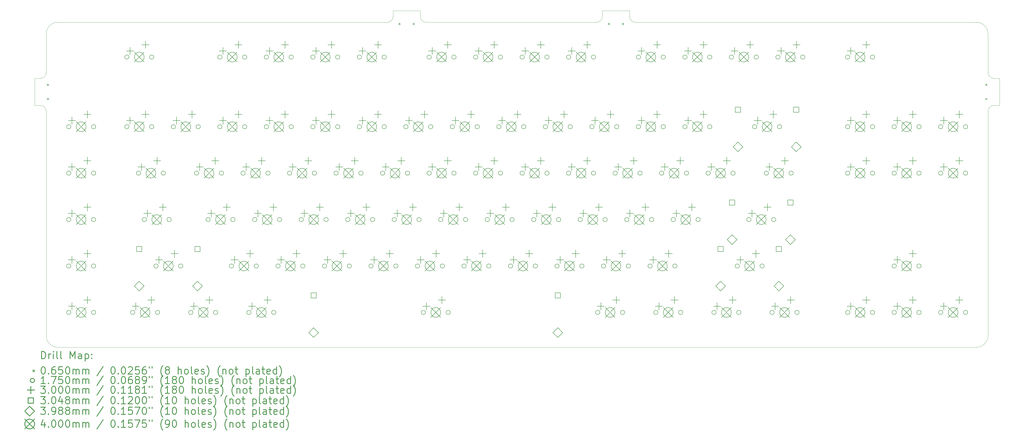
<source format=gbr>
%FSLAX45Y45*%
G04 Gerber Fmt 4.5, Leading zero omitted, Abs format (unit mm)*
G04 Created by KiCad (PCBNEW (5.1.10)-1) date 2021-11-05 23:24:15*
%MOMM*%
%LPD*%
G01*
G04 APERTURE LIST*
%TA.AperFunction,Profile*%
%ADD10C,0.100000*%
%TD*%
%ADD11C,0.200000*%
%ADD12C,0.300000*%
G04 APERTURE END LIST*
D10*
X6984560Y-18810690D02*
X7222670Y-18810690D01*
X7460780Y-28255720D02*
X7460780Y-19048800D01*
X7460780Y-15874000D02*
X7460780Y-17461400D01*
X7222670Y-17699510D02*
X6984560Y-17699510D01*
X7460780Y-17461400D02*
G75*
G02*
X7222670Y-17699510I-238110J0D01*
G01*
X7222670Y-18810690D02*
G75*
G02*
X7460780Y-19048800I0J-238110D01*
G01*
X31351150Y-15159670D02*
X31351150Y-14921560D01*
X30239970Y-15159670D02*
X30239970Y-14921560D01*
X31589260Y-15397780D02*
X45558380Y-15397780D01*
X23017300Y-15397780D02*
X30001860Y-15397780D01*
X30239970Y-15159670D02*
G75*
G02*
X30001860Y-15397780I-238110J0D01*
G01*
X31589260Y-15397780D02*
G75*
G02*
X31351150Y-15159670I0J238110D01*
G01*
X22779190Y-14921560D02*
X22779190Y-15159670D01*
X21668010Y-14921560D02*
X22779190Y-14921560D01*
X21668010Y-15159670D02*
X21668010Y-14921560D01*
X7937000Y-15397780D02*
X21429900Y-15397780D01*
X21668010Y-15159670D02*
G75*
G02*
X21429900Y-15397780I-238110J0D01*
G01*
X23017300Y-15397780D02*
G75*
G02*
X22779190Y-15159670I0J238110D01*
G01*
X46510820Y-17699510D02*
X46272710Y-17699510D01*
X46510820Y-18810690D02*
X46510820Y-17699510D01*
X46272710Y-18810690D02*
X46510820Y-18810690D01*
X46034600Y-19048800D02*
G75*
G02*
X46272710Y-18810690I238110J0D01*
G01*
X46272710Y-17699510D02*
G75*
G02*
X46034600Y-17461400I0J238110D01*
G01*
X46034600Y-17461400D02*
X46034600Y-15874000D01*
X46034600Y-28255720D02*
X46034600Y-19048800D01*
X6984560Y-17699510D02*
X6984560Y-18810690D01*
X31351150Y-14921560D02*
X30239970Y-14921560D01*
X7937000Y-28731940D02*
X45558380Y-28731940D01*
X46034600Y-28255720D02*
G75*
G02*
X45558380Y-28731940I-476220J0D01*
G01*
X45558380Y-15397780D02*
G75*
G02*
X46034600Y-15874000I0J-476220D01*
G01*
X7460780Y-15874000D02*
G75*
G02*
X7937000Y-15397780I476220J0D01*
G01*
X7937000Y-28731940D02*
G75*
G02*
X7460780Y-28255720I0J476220D01*
G01*
D11*
X7497690Y-17933600D02*
X7562690Y-17998600D01*
X7562690Y-17933600D02*
X7497690Y-17998600D01*
X7497690Y-18511600D02*
X7562690Y-18576600D01*
X7562690Y-18511600D02*
X7497690Y-18576600D01*
X21902100Y-15434690D02*
X21967100Y-15499690D01*
X21967100Y-15434690D02*
X21902100Y-15499690D01*
X22480100Y-15434690D02*
X22545100Y-15499690D01*
X22545100Y-15434690D02*
X22480100Y-15499690D01*
X30474060Y-15434690D02*
X30539060Y-15499690D01*
X30539060Y-15434690D02*
X30474060Y-15499690D01*
X31052060Y-15434690D02*
X31117060Y-15499690D01*
X31117060Y-15434690D02*
X31052060Y-15499690D01*
X45932690Y-17933600D02*
X45997690Y-17998600D01*
X45997690Y-17933600D02*
X45932690Y-17998600D01*
X45932690Y-18511600D02*
X45997690Y-18576600D01*
X45997690Y-18511600D02*
X45932690Y-18576600D01*
X8468940Y-19683760D02*
G75*
G03*
X8468940Y-19683760I-87500J0D01*
G01*
X8468940Y-21588640D02*
G75*
G03*
X8468940Y-21588640I-87500J0D01*
G01*
X8468940Y-23493520D02*
G75*
G03*
X8468940Y-23493520I-87500J0D01*
G01*
X8468940Y-25398400D02*
G75*
G03*
X8468940Y-25398400I-87500J0D01*
G01*
X8468940Y-27303280D02*
G75*
G03*
X8468940Y-27303280I-87500J0D01*
G01*
X9484940Y-19683760D02*
G75*
G03*
X9484940Y-19683760I-87500J0D01*
G01*
X9484940Y-21588640D02*
G75*
G03*
X9484940Y-21588640I-87500J0D01*
G01*
X9484940Y-23493520D02*
G75*
G03*
X9484940Y-23493520I-87500J0D01*
G01*
X9484940Y-25398400D02*
G75*
G03*
X9484940Y-25398400I-87500J0D01*
G01*
X9484940Y-27303280D02*
G75*
G03*
X9484940Y-27303280I-87500J0D01*
G01*
X10850040Y-16826440D02*
G75*
G03*
X10850040Y-16826440I-87500J0D01*
G01*
X10850040Y-19683760D02*
G75*
G03*
X10850040Y-19683760I-87500J0D01*
G01*
X11088150Y-27303280D02*
G75*
G03*
X11088150Y-27303280I-87500J0D01*
G01*
X11326260Y-21588640D02*
G75*
G03*
X11326260Y-21588640I-87500J0D01*
G01*
X11564370Y-23493520D02*
G75*
G03*
X11564370Y-23493520I-87500J0D01*
G01*
X11866040Y-16826440D02*
G75*
G03*
X11866040Y-16826440I-87500J0D01*
G01*
X11866040Y-19683760D02*
G75*
G03*
X11866040Y-19683760I-87500J0D01*
G01*
X12040590Y-25398400D02*
G75*
G03*
X12040590Y-25398400I-87500J0D01*
G01*
X12104150Y-27303280D02*
G75*
G03*
X12104150Y-27303280I-87500J0D01*
G01*
X12342260Y-21588640D02*
G75*
G03*
X12342260Y-21588640I-87500J0D01*
G01*
X12580370Y-23493520D02*
G75*
G03*
X12580370Y-23493520I-87500J0D01*
G01*
X12754920Y-19683760D02*
G75*
G03*
X12754920Y-19683760I-87500J0D01*
G01*
X13056590Y-25398400D02*
G75*
G03*
X13056590Y-25398400I-87500J0D01*
G01*
X13469250Y-27303280D02*
G75*
G03*
X13469250Y-27303280I-87500J0D01*
G01*
X13707360Y-21588640D02*
G75*
G03*
X13707360Y-21588640I-87500J0D01*
G01*
X13770920Y-19683760D02*
G75*
G03*
X13770920Y-19683760I-87500J0D01*
G01*
X14177750Y-23493520D02*
G75*
G03*
X14177750Y-23493520I-87500J0D01*
G01*
X14485250Y-27303280D02*
G75*
G03*
X14485250Y-27303280I-87500J0D01*
G01*
X14659800Y-16826440D02*
G75*
G03*
X14659800Y-16826440I-87500J0D01*
G01*
X14659800Y-19683760D02*
G75*
G03*
X14659800Y-19683760I-87500J0D01*
G01*
X14723360Y-21588640D02*
G75*
G03*
X14723360Y-21588640I-87500J0D01*
G01*
X15136020Y-25398400D02*
G75*
G03*
X15136020Y-25398400I-87500J0D01*
G01*
X15193750Y-23493520D02*
G75*
G03*
X15193750Y-23493520I-87500J0D01*
G01*
X15612240Y-21588640D02*
G75*
G03*
X15612240Y-21588640I-87500J0D01*
G01*
X15675800Y-16826440D02*
G75*
G03*
X15675800Y-16826440I-87500J0D01*
G01*
X15675800Y-19683760D02*
G75*
G03*
X15675800Y-19683760I-87500J0D01*
G01*
X15850350Y-27303280D02*
G75*
G03*
X15850350Y-27303280I-87500J0D01*
G01*
X16088460Y-23493520D02*
G75*
G03*
X16088460Y-23493520I-87500J0D01*
G01*
X16152020Y-25398400D02*
G75*
G03*
X16152020Y-25398400I-87500J0D01*
G01*
X16564680Y-16826440D02*
G75*
G03*
X16564680Y-16826440I-87500J0D01*
G01*
X16564680Y-19683760D02*
G75*
G03*
X16564680Y-19683760I-87500J0D01*
G01*
X16628240Y-21588640D02*
G75*
G03*
X16628240Y-21588640I-87500J0D01*
G01*
X16866350Y-27303280D02*
G75*
G03*
X16866350Y-27303280I-87500J0D01*
G01*
X17040900Y-25398400D02*
G75*
G03*
X17040900Y-25398400I-87500J0D01*
G01*
X17104460Y-23493520D02*
G75*
G03*
X17104460Y-23493520I-87500J0D01*
G01*
X17517120Y-21588640D02*
G75*
G03*
X17517120Y-21588640I-87500J0D01*
G01*
X17580680Y-16826440D02*
G75*
G03*
X17580680Y-16826440I-87500J0D01*
G01*
X17580680Y-19683760D02*
G75*
G03*
X17580680Y-19683760I-87500J0D01*
G01*
X17993340Y-23493520D02*
G75*
G03*
X17993340Y-23493520I-87500J0D01*
G01*
X18056900Y-25398400D02*
G75*
G03*
X18056900Y-25398400I-87500J0D01*
G01*
X18469560Y-16826440D02*
G75*
G03*
X18469560Y-16826440I-87500J0D01*
G01*
X18469560Y-19683760D02*
G75*
G03*
X18469560Y-19683760I-87500J0D01*
G01*
X18533120Y-21588640D02*
G75*
G03*
X18533120Y-21588640I-87500J0D01*
G01*
X18945780Y-25398400D02*
G75*
G03*
X18945780Y-25398400I-87500J0D01*
G01*
X19009340Y-23493520D02*
G75*
G03*
X19009340Y-23493520I-87500J0D01*
G01*
X19422000Y-21588640D02*
G75*
G03*
X19422000Y-21588640I-87500J0D01*
G01*
X19485560Y-16826440D02*
G75*
G03*
X19485560Y-16826440I-87500J0D01*
G01*
X19485560Y-19683760D02*
G75*
G03*
X19485560Y-19683760I-87500J0D01*
G01*
X19898220Y-23493520D02*
G75*
G03*
X19898220Y-23493520I-87500J0D01*
G01*
X19961780Y-25398400D02*
G75*
G03*
X19961780Y-25398400I-87500J0D01*
G01*
X20374440Y-16826440D02*
G75*
G03*
X20374440Y-16826440I-87500J0D01*
G01*
X20374440Y-19683760D02*
G75*
G03*
X20374440Y-19683760I-87500J0D01*
G01*
X20438000Y-21588640D02*
G75*
G03*
X20438000Y-21588640I-87500J0D01*
G01*
X20850660Y-25398400D02*
G75*
G03*
X20850660Y-25398400I-87500J0D01*
G01*
X20914220Y-23493520D02*
G75*
G03*
X20914220Y-23493520I-87500J0D01*
G01*
X21326880Y-21588640D02*
G75*
G03*
X21326880Y-21588640I-87500J0D01*
G01*
X21390440Y-16826440D02*
G75*
G03*
X21390440Y-16826440I-87500J0D01*
G01*
X21390440Y-19683760D02*
G75*
G03*
X21390440Y-19683760I-87500J0D01*
G01*
X21803100Y-23493520D02*
G75*
G03*
X21803100Y-23493520I-87500J0D01*
G01*
X21866660Y-25398400D02*
G75*
G03*
X21866660Y-25398400I-87500J0D01*
G01*
X22279320Y-19683760D02*
G75*
G03*
X22279320Y-19683760I-87500J0D01*
G01*
X22342880Y-21588640D02*
G75*
G03*
X22342880Y-21588640I-87500J0D01*
G01*
X22755540Y-25398400D02*
G75*
G03*
X22755540Y-25398400I-87500J0D01*
G01*
X22819100Y-23493520D02*
G75*
G03*
X22819100Y-23493520I-87500J0D01*
G01*
X22993650Y-27303280D02*
G75*
G03*
X22993650Y-27303280I-87500J0D01*
G01*
X23231760Y-16826440D02*
G75*
G03*
X23231760Y-16826440I-87500J0D01*
G01*
X23231760Y-21588640D02*
G75*
G03*
X23231760Y-21588640I-87500J0D01*
G01*
X23295320Y-19683760D02*
G75*
G03*
X23295320Y-19683760I-87500J0D01*
G01*
X23707980Y-23493520D02*
G75*
G03*
X23707980Y-23493520I-87500J0D01*
G01*
X23771540Y-25398400D02*
G75*
G03*
X23771540Y-25398400I-87500J0D01*
G01*
X24009650Y-27303280D02*
G75*
G03*
X24009650Y-27303280I-87500J0D01*
G01*
X24184200Y-19683760D02*
G75*
G03*
X24184200Y-19683760I-87500J0D01*
G01*
X24247760Y-16826440D02*
G75*
G03*
X24247760Y-16826440I-87500J0D01*
G01*
X24247760Y-21588640D02*
G75*
G03*
X24247760Y-21588640I-87500J0D01*
G01*
X24660420Y-25398400D02*
G75*
G03*
X24660420Y-25398400I-87500J0D01*
G01*
X24723980Y-23493520D02*
G75*
G03*
X24723980Y-23493520I-87500J0D01*
G01*
X25136640Y-16826440D02*
G75*
G03*
X25136640Y-16826440I-87500J0D01*
G01*
X25136640Y-21588640D02*
G75*
G03*
X25136640Y-21588640I-87500J0D01*
G01*
X25200200Y-19683760D02*
G75*
G03*
X25200200Y-19683760I-87500J0D01*
G01*
X25612860Y-23493520D02*
G75*
G03*
X25612860Y-23493520I-87500J0D01*
G01*
X25676420Y-25398400D02*
G75*
G03*
X25676420Y-25398400I-87500J0D01*
G01*
X26089080Y-19683760D02*
G75*
G03*
X26089080Y-19683760I-87500J0D01*
G01*
X26152640Y-16826440D02*
G75*
G03*
X26152640Y-16826440I-87500J0D01*
G01*
X26152640Y-21588640D02*
G75*
G03*
X26152640Y-21588640I-87500J0D01*
G01*
X26565300Y-25398400D02*
G75*
G03*
X26565300Y-25398400I-87500J0D01*
G01*
X26628860Y-23493520D02*
G75*
G03*
X26628860Y-23493520I-87500J0D01*
G01*
X27041520Y-16826440D02*
G75*
G03*
X27041520Y-16826440I-87500J0D01*
G01*
X27041520Y-21588640D02*
G75*
G03*
X27041520Y-21588640I-87500J0D01*
G01*
X27105080Y-19683760D02*
G75*
G03*
X27105080Y-19683760I-87500J0D01*
G01*
X27517740Y-23493520D02*
G75*
G03*
X27517740Y-23493520I-87500J0D01*
G01*
X27581300Y-25398400D02*
G75*
G03*
X27581300Y-25398400I-87500J0D01*
G01*
X27993960Y-19683760D02*
G75*
G03*
X27993960Y-19683760I-87500J0D01*
G01*
X28057520Y-16826440D02*
G75*
G03*
X28057520Y-16826440I-87500J0D01*
G01*
X28057520Y-21588640D02*
G75*
G03*
X28057520Y-21588640I-87500J0D01*
G01*
X28470180Y-25398400D02*
G75*
G03*
X28470180Y-25398400I-87500J0D01*
G01*
X28533740Y-23493520D02*
G75*
G03*
X28533740Y-23493520I-87500J0D01*
G01*
X28946400Y-16826440D02*
G75*
G03*
X28946400Y-16826440I-87500J0D01*
G01*
X28946400Y-21588640D02*
G75*
G03*
X28946400Y-21588640I-87500J0D01*
G01*
X29009960Y-19683760D02*
G75*
G03*
X29009960Y-19683760I-87500J0D01*
G01*
X29422620Y-23493520D02*
G75*
G03*
X29422620Y-23493520I-87500J0D01*
G01*
X29486180Y-25398400D02*
G75*
G03*
X29486180Y-25398400I-87500J0D01*
G01*
X29898840Y-19683760D02*
G75*
G03*
X29898840Y-19683760I-87500J0D01*
G01*
X29962400Y-16826440D02*
G75*
G03*
X29962400Y-16826440I-87500J0D01*
G01*
X29962400Y-21588640D02*
G75*
G03*
X29962400Y-21588640I-87500J0D01*
G01*
X30136950Y-27303280D02*
G75*
G03*
X30136950Y-27303280I-87500J0D01*
G01*
X30375060Y-25398400D02*
G75*
G03*
X30375060Y-25398400I-87500J0D01*
G01*
X30438620Y-23493520D02*
G75*
G03*
X30438620Y-23493520I-87500J0D01*
G01*
X30851280Y-21588640D02*
G75*
G03*
X30851280Y-21588640I-87500J0D01*
G01*
X30914840Y-19683760D02*
G75*
G03*
X30914840Y-19683760I-87500J0D01*
G01*
X31152950Y-27303280D02*
G75*
G03*
X31152950Y-27303280I-87500J0D01*
G01*
X31327500Y-23493520D02*
G75*
G03*
X31327500Y-23493520I-87500J0D01*
G01*
X31391060Y-25398400D02*
G75*
G03*
X31391060Y-25398400I-87500J0D01*
G01*
X31803720Y-16826440D02*
G75*
G03*
X31803720Y-16826440I-87500J0D01*
G01*
X31803720Y-19683760D02*
G75*
G03*
X31803720Y-19683760I-87500J0D01*
G01*
X31867280Y-21588640D02*
G75*
G03*
X31867280Y-21588640I-87500J0D01*
G01*
X32279940Y-25398400D02*
G75*
G03*
X32279940Y-25398400I-87500J0D01*
G01*
X32343500Y-23493520D02*
G75*
G03*
X32343500Y-23493520I-87500J0D01*
G01*
X32518050Y-27303280D02*
G75*
G03*
X32518050Y-27303280I-87500J0D01*
G01*
X32756160Y-21588640D02*
G75*
G03*
X32756160Y-21588640I-87500J0D01*
G01*
X32819720Y-16826440D02*
G75*
G03*
X32819720Y-16826440I-87500J0D01*
G01*
X32819720Y-19683760D02*
G75*
G03*
X32819720Y-19683760I-87500J0D01*
G01*
X33232380Y-23493520D02*
G75*
G03*
X33232380Y-23493520I-87500J0D01*
G01*
X33295940Y-25398400D02*
G75*
G03*
X33295940Y-25398400I-87500J0D01*
G01*
X33534050Y-27303280D02*
G75*
G03*
X33534050Y-27303280I-87500J0D01*
G01*
X33708600Y-16826440D02*
G75*
G03*
X33708600Y-16826440I-87500J0D01*
G01*
X33708600Y-19683760D02*
G75*
G03*
X33708600Y-19683760I-87500J0D01*
G01*
X33772160Y-21588640D02*
G75*
G03*
X33772160Y-21588640I-87500J0D01*
G01*
X34248380Y-23493520D02*
G75*
G03*
X34248380Y-23493520I-87500J0D01*
G01*
X34661040Y-21588640D02*
G75*
G03*
X34661040Y-21588640I-87500J0D01*
G01*
X34724600Y-16826440D02*
G75*
G03*
X34724600Y-16826440I-87500J0D01*
G01*
X34724600Y-19683760D02*
G75*
G03*
X34724600Y-19683760I-87500J0D01*
G01*
X34899150Y-27303280D02*
G75*
G03*
X34899150Y-27303280I-87500J0D01*
G01*
X35613480Y-16826440D02*
G75*
G03*
X35613480Y-16826440I-87500J0D01*
G01*
X35677040Y-21588640D02*
G75*
G03*
X35677040Y-21588640I-87500J0D01*
G01*
X35851590Y-25398400D02*
G75*
G03*
X35851590Y-25398400I-87500J0D01*
G01*
X35915150Y-27303280D02*
G75*
G03*
X35915150Y-27303280I-87500J0D01*
G01*
X36327810Y-23493520D02*
G75*
G03*
X36327810Y-23493520I-87500J0D01*
G01*
X36565920Y-19683760D02*
G75*
G03*
X36565920Y-19683760I-87500J0D01*
G01*
X36629480Y-16826440D02*
G75*
G03*
X36629480Y-16826440I-87500J0D01*
G01*
X36867590Y-25398400D02*
G75*
G03*
X36867590Y-25398400I-87500J0D01*
G01*
X37042140Y-21588640D02*
G75*
G03*
X37042140Y-21588640I-87500J0D01*
G01*
X37280250Y-27303280D02*
G75*
G03*
X37280250Y-27303280I-87500J0D01*
G01*
X37343810Y-23493520D02*
G75*
G03*
X37343810Y-23493520I-87500J0D01*
G01*
X37518360Y-16826440D02*
G75*
G03*
X37518360Y-16826440I-87500J0D01*
G01*
X37581920Y-19683760D02*
G75*
G03*
X37581920Y-19683760I-87500J0D01*
G01*
X38058140Y-21588640D02*
G75*
G03*
X38058140Y-21588640I-87500J0D01*
G01*
X38296250Y-27303280D02*
G75*
G03*
X38296250Y-27303280I-87500J0D01*
G01*
X38534360Y-16826440D02*
G75*
G03*
X38534360Y-16826440I-87500J0D01*
G01*
X40375680Y-16826440D02*
G75*
G03*
X40375680Y-16826440I-87500J0D01*
G01*
X40375680Y-19683760D02*
G75*
G03*
X40375680Y-19683760I-87500J0D01*
G01*
X40375680Y-21588640D02*
G75*
G03*
X40375680Y-21588640I-87500J0D01*
G01*
X40375680Y-27303280D02*
G75*
G03*
X40375680Y-27303280I-87500J0D01*
G01*
X41391680Y-16826440D02*
G75*
G03*
X41391680Y-16826440I-87500J0D01*
G01*
X41391680Y-19683760D02*
G75*
G03*
X41391680Y-19683760I-87500J0D01*
G01*
X41391680Y-21588640D02*
G75*
G03*
X41391680Y-21588640I-87500J0D01*
G01*
X41391680Y-27303280D02*
G75*
G03*
X41391680Y-27303280I-87500J0D01*
G01*
X42280560Y-19683760D02*
G75*
G03*
X42280560Y-19683760I-87500J0D01*
G01*
X42280560Y-21588640D02*
G75*
G03*
X42280560Y-21588640I-87500J0D01*
G01*
X42280560Y-25398400D02*
G75*
G03*
X42280560Y-25398400I-87500J0D01*
G01*
X42280560Y-27303280D02*
G75*
G03*
X42280560Y-27303280I-87500J0D01*
G01*
X43296560Y-19683760D02*
G75*
G03*
X43296560Y-19683760I-87500J0D01*
G01*
X43296560Y-21588640D02*
G75*
G03*
X43296560Y-21588640I-87500J0D01*
G01*
X43296560Y-25398400D02*
G75*
G03*
X43296560Y-25398400I-87500J0D01*
G01*
X43296560Y-27303280D02*
G75*
G03*
X43296560Y-27303280I-87500J0D01*
G01*
X44185440Y-19683760D02*
G75*
G03*
X44185440Y-19683760I-87500J0D01*
G01*
X44185440Y-21588640D02*
G75*
G03*
X44185440Y-21588640I-87500J0D01*
G01*
X44185440Y-27303280D02*
G75*
G03*
X44185440Y-27303280I-87500J0D01*
G01*
X45201440Y-19683760D02*
G75*
G03*
X45201440Y-19683760I-87500J0D01*
G01*
X45201440Y-21588640D02*
G75*
G03*
X45201440Y-21588640I-87500J0D01*
G01*
X45201440Y-27303280D02*
G75*
G03*
X45201440Y-27303280I-87500J0D01*
G01*
X8508440Y-19279760D02*
X8508440Y-19579760D01*
X8358440Y-19429760D02*
X8658440Y-19429760D01*
X8508440Y-21184640D02*
X8508440Y-21484640D01*
X8358440Y-21334640D02*
X8658440Y-21334640D01*
X8508440Y-23089520D02*
X8508440Y-23389520D01*
X8358440Y-23239520D02*
X8658440Y-23239520D01*
X8508440Y-24994400D02*
X8508440Y-25294400D01*
X8358440Y-25144400D02*
X8658440Y-25144400D01*
X8508440Y-26899280D02*
X8508440Y-27199280D01*
X8358440Y-27049280D02*
X8658440Y-27049280D01*
X9143440Y-19025760D02*
X9143440Y-19325760D01*
X8993440Y-19175760D02*
X9293440Y-19175760D01*
X9143440Y-20930640D02*
X9143440Y-21230640D01*
X8993440Y-21080640D02*
X9293440Y-21080640D01*
X9143440Y-22835520D02*
X9143440Y-23135520D01*
X8993440Y-22985520D02*
X9293440Y-22985520D01*
X9143440Y-24740400D02*
X9143440Y-25040400D01*
X8993440Y-24890400D02*
X9293440Y-24890400D01*
X9143440Y-26645280D02*
X9143440Y-26945280D01*
X8993440Y-26795280D02*
X9293440Y-26795280D01*
X10889540Y-16422440D02*
X10889540Y-16722440D01*
X10739540Y-16572440D02*
X11039540Y-16572440D01*
X10889540Y-19279760D02*
X10889540Y-19579760D01*
X10739540Y-19429760D02*
X11039540Y-19429760D01*
X11127650Y-26899280D02*
X11127650Y-27199280D01*
X10977650Y-27049280D02*
X11277650Y-27049280D01*
X11365760Y-21184640D02*
X11365760Y-21484640D01*
X11215760Y-21334640D02*
X11515760Y-21334640D01*
X11524540Y-16168440D02*
X11524540Y-16468440D01*
X11374540Y-16318440D02*
X11674540Y-16318440D01*
X11524540Y-19025760D02*
X11524540Y-19325760D01*
X11374540Y-19175760D02*
X11674540Y-19175760D01*
X11603870Y-23089520D02*
X11603870Y-23389520D01*
X11453870Y-23239520D02*
X11753870Y-23239520D01*
X11762650Y-26645280D02*
X11762650Y-26945280D01*
X11612650Y-26795280D02*
X11912650Y-26795280D01*
X12000760Y-20930640D02*
X12000760Y-21230640D01*
X11850760Y-21080640D02*
X12150760Y-21080640D01*
X12080090Y-24994400D02*
X12080090Y-25294400D01*
X11930090Y-25144400D02*
X12230090Y-25144400D01*
X12238870Y-22835520D02*
X12238870Y-23135520D01*
X12088870Y-22985520D02*
X12388870Y-22985520D01*
X12715090Y-24740400D02*
X12715090Y-25040400D01*
X12565090Y-24890400D02*
X12865090Y-24890400D01*
X12794420Y-19279760D02*
X12794420Y-19579760D01*
X12644420Y-19429760D02*
X12944420Y-19429760D01*
X13429420Y-19025760D02*
X13429420Y-19325760D01*
X13279420Y-19175760D02*
X13579420Y-19175760D01*
X13508750Y-26899280D02*
X13508750Y-27199280D01*
X13358750Y-27049280D02*
X13658750Y-27049280D01*
X13746860Y-21184640D02*
X13746860Y-21484640D01*
X13596860Y-21334640D02*
X13896860Y-21334640D01*
X14143750Y-26645280D02*
X14143750Y-26945280D01*
X13993750Y-26795280D02*
X14293750Y-26795280D01*
X14217250Y-23089520D02*
X14217250Y-23389520D01*
X14067250Y-23239520D02*
X14367250Y-23239520D01*
X14381860Y-20930640D02*
X14381860Y-21230640D01*
X14231860Y-21080640D02*
X14531860Y-21080640D01*
X14699300Y-16422440D02*
X14699300Y-16722440D01*
X14549300Y-16572440D02*
X14849300Y-16572440D01*
X14699300Y-19279760D02*
X14699300Y-19579760D01*
X14549300Y-19429760D02*
X14849300Y-19429760D01*
X14852250Y-22835520D02*
X14852250Y-23135520D01*
X14702250Y-22985520D02*
X15002250Y-22985520D01*
X15175520Y-24994400D02*
X15175520Y-25294400D01*
X15025520Y-25144400D02*
X15325520Y-25144400D01*
X15334300Y-16168440D02*
X15334300Y-16468440D01*
X15184300Y-16318440D02*
X15484300Y-16318440D01*
X15334300Y-19025760D02*
X15334300Y-19325760D01*
X15184300Y-19175760D02*
X15484300Y-19175760D01*
X15651740Y-21184640D02*
X15651740Y-21484640D01*
X15501740Y-21334640D02*
X15801740Y-21334640D01*
X15810520Y-24740400D02*
X15810520Y-25040400D01*
X15660520Y-24890400D02*
X15960520Y-24890400D01*
X15889850Y-26899280D02*
X15889850Y-27199280D01*
X15739850Y-27049280D02*
X16039850Y-27049280D01*
X16127960Y-23089520D02*
X16127960Y-23389520D01*
X15977960Y-23239520D02*
X16277960Y-23239520D01*
X16286740Y-20930640D02*
X16286740Y-21230640D01*
X16136740Y-21080640D02*
X16436740Y-21080640D01*
X16524850Y-26645280D02*
X16524850Y-26945280D01*
X16374850Y-26795280D02*
X16674850Y-26795280D01*
X16604180Y-16422440D02*
X16604180Y-16722440D01*
X16454180Y-16572440D02*
X16754180Y-16572440D01*
X16604180Y-19279760D02*
X16604180Y-19579760D01*
X16454180Y-19429760D02*
X16754180Y-19429760D01*
X16762960Y-22835520D02*
X16762960Y-23135520D01*
X16612960Y-22985520D02*
X16912960Y-22985520D01*
X17080400Y-24994400D02*
X17080400Y-25294400D01*
X16930400Y-25144400D02*
X17230400Y-25144400D01*
X17239180Y-16168440D02*
X17239180Y-16468440D01*
X17089180Y-16318440D02*
X17389180Y-16318440D01*
X17239180Y-19025760D02*
X17239180Y-19325760D01*
X17089180Y-19175760D02*
X17389180Y-19175760D01*
X17556620Y-21184640D02*
X17556620Y-21484640D01*
X17406620Y-21334640D02*
X17706620Y-21334640D01*
X17715400Y-24740400D02*
X17715400Y-25040400D01*
X17565400Y-24890400D02*
X17865400Y-24890400D01*
X18032840Y-23089520D02*
X18032840Y-23389520D01*
X17882840Y-23239520D02*
X18182840Y-23239520D01*
X18191620Y-20930640D02*
X18191620Y-21230640D01*
X18041620Y-21080640D02*
X18341620Y-21080640D01*
X18509060Y-16422440D02*
X18509060Y-16722440D01*
X18359060Y-16572440D02*
X18659060Y-16572440D01*
X18509060Y-19279760D02*
X18509060Y-19579760D01*
X18359060Y-19429760D02*
X18659060Y-19429760D01*
X18667840Y-22835520D02*
X18667840Y-23135520D01*
X18517840Y-22985520D02*
X18817840Y-22985520D01*
X18985280Y-24994400D02*
X18985280Y-25294400D01*
X18835280Y-25144400D02*
X19135280Y-25144400D01*
X19144060Y-16168440D02*
X19144060Y-16468440D01*
X18994060Y-16318440D02*
X19294060Y-16318440D01*
X19144060Y-19025760D02*
X19144060Y-19325760D01*
X18994060Y-19175760D02*
X19294060Y-19175760D01*
X19461500Y-21184640D02*
X19461500Y-21484640D01*
X19311500Y-21334640D02*
X19611500Y-21334640D01*
X19620280Y-24740400D02*
X19620280Y-25040400D01*
X19470280Y-24890400D02*
X19770280Y-24890400D01*
X19937720Y-23089520D02*
X19937720Y-23389520D01*
X19787720Y-23239520D02*
X20087720Y-23239520D01*
X20096500Y-20930640D02*
X20096500Y-21230640D01*
X19946500Y-21080640D02*
X20246500Y-21080640D01*
X20413940Y-16422440D02*
X20413940Y-16722440D01*
X20263940Y-16572440D02*
X20563940Y-16572440D01*
X20413940Y-19279760D02*
X20413940Y-19579760D01*
X20263940Y-19429760D02*
X20563940Y-19429760D01*
X20572720Y-22835520D02*
X20572720Y-23135520D01*
X20422720Y-22985520D02*
X20722720Y-22985520D01*
X20890160Y-24994400D02*
X20890160Y-25294400D01*
X20740160Y-25144400D02*
X21040160Y-25144400D01*
X21048940Y-16168440D02*
X21048940Y-16468440D01*
X20898940Y-16318440D02*
X21198940Y-16318440D01*
X21048940Y-19025760D02*
X21048940Y-19325760D01*
X20898940Y-19175760D02*
X21198940Y-19175760D01*
X21366380Y-21184640D02*
X21366380Y-21484640D01*
X21216380Y-21334640D02*
X21516380Y-21334640D01*
X21525160Y-24740400D02*
X21525160Y-25040400D01*
X21375160Y-24890400D02*
X21675160Y-24890400D01*
X21842600Y-23089520D02*
X21842600Y-23389520D01*
X21692600Y-23239520D02*
X21992600Y-23239520D01*
X22001380Y-20930640D02*
X22001380Y-21230640D01*
X21851380Y-21080640D02*
X22151380Y-21080640D01*
X22318820Y-19279760D02*
X22318820Y-19579760D01*
X22168820Y-19429760D02*
X22468820Y-19429760D01*
X22477600Y-22835520D02*
X22477600Y-23135520D01*
X22327600Y-22985520D02*
X22627600Y-22985520D01*
X22795040Y-24994400D02*
X22795040Y-25294400D01*
X22645040Y-25144400D02*
X22945040Y-25144400D01*
X22953820Y-19025760D02*
X22953820Y-19325760D01*
X22803820Y-19175760D02*
X23103820Y-19175760D01*
X23033150Y-26899280D02*
X23033150Y-27199280D01*
X22883150Y-27049280D02*
X23183150Y-27049280D01*
X23271260Y-16422440D02*
X23271260Y-16722440D01*
X23121260Y-16572440D02*
X23421260Y-16572440D01*
X23271260Y-21184640D02*
X23271260Y-21484640D01*
X23121260Y-21334640D02*
X23421260Y-21334640D01*
X23430040Y-24740400D02*
X23430040Y-25040400D01*
X23280040Y-24890400D02*
X23580040Y-24890400D01*
X23668150Y-26645280D02*
X23668150Y-26945280D01*
X23518150Y-26795280D02*
X23818150Y-26795280D01*
X23747480Y-23089520D02*
X23747480Y-23389520D01*
X23597480Y-23239520D02*
X23897480Y-23239520D01*
X23906260Y-16168440D02*
X23906260Y-16468440D01*
X23756260Y-16318440D02*
X24056260Y-16318440D01*
X23906260Y-20930640D02*
X23906260Y-21230640D01*
X23756260Y-21080640D02*
X24056260Y-21080640D01*
X24223700Y-19279760D02*
X24223700Y-19579760D01*
X24073700Y-19429760D02*
X24373700Y-19429760D01*
X24382480Y-22835520D02*
X24382480Y-23135520D01*
X24232480Y-22985520D02*
X24532480Y-22985520D01*
X24699920Y-24994400D02*
X24699920Y-25294400D01*
X24549920Y-25144400D02*
X24849920Y-25144400D01*
X24858700Y-19025760D02*
X24858700Y-19325760D01*
X24708700Y-19175760D02*
X25008700Y-19175760D01*
X25176140Y-16422440D02*
X25176140Y-16722440D01*
X25026140Y-16572440D02*
X25326140Y-16572440D01*
X25176140Y-21184640D02*
X25176140Y-21484640D01*
X25026140Y-21334640D02*
X25326140Y-21334640D01*
X25334920Y-24740400D02*
X25334920Y-25040400D01*
X25184920Y-24890400D02*
X25484920Y-24890400D01*
X25652360Y-23089520D02*
X25652360Y-23389520D01*
X25502360Y-23239520D02*
X25802360Y-23239520D01*
X25811140Y-16168440D02*
X25811140Y-16468440D01*
X25661140Y-16318440D02*
X25961140Y-16318440D01*
X25811140Y-20930640D02*
X25811140Y-21230640D01*
X25661140Y-21080640D02*
X25961140Y-21080640D01*
X26128580Y-19279760D02*
X26128580Y-19579760D01*
X25978580Y-19429760D02*
X26278580Y-19429760D01*
X26287360Y-22835520D02*
X26287360Y-23135520D01*
X26137360Y-22985520D02*
X26437360Y-22985520D01*
X26604800Y-24994400D02*
X26604800Y-25294400D01*
X26454800Y-25144400D02*
X26754800Y-25144400D01*
X26763580Y-19025760D02*
X26763580Y-19325760D01*
X26613580Y-19175760D02*
X26913580Y-19175760D01*
X27081020Y-16422440D02*
X27081020Y-16722440D01*
X26931020Y-16572440D02*
X27231020Y-16572440D01*
X27081020Y-21184640D02*
X27081020Y-21484640D01*
X26931020Y-21334640D02*
X27231020Y-21334640D01*
X27239800Y-24740400D02*
X27239800Y-25040400D01*
X27089800Y-24890400D02*
X27389800Y-24890400D01*
X27557240Y-23089520D02*
X27557240Y-23389520D01*
X27407240Y-23239520D02*
X27707240Y-23239520D01*
X27716020Y-16168440D02*
X27716020Y-16468440D01*
X27566020Y-16318440D02*
X27866020Y-16318440D01*
X27716020Y-20930640D02*
X27716020Y-21230640D01*
X27566020Y-21080640D02*
X27866020Y-21080640D01*
X28033460Y-19279760D02*
X28033460Y-19579760D01*
X27883460Y-19429760D02*
X28183460Y-19429760D01*
X28192240Y-22835520D02*
X28192240Y-23135520D01*
X28042240Y-22985520D02*
X28342240Y-22985520D01*
X28509680Y-24994400D02*
X28509680Y-25294400D01*
X28359680Y-25144400D02*
X28659680Y-25144400D01*
X28668460Y-19025760D02*
X28668460Y-19325760D01*
X28518460Y-19175760D02*
X28818460Y-19175760D01*
X28985900Y-16422440D02*
X28985900Y-16722440D01*
X28835900Y-16572440D02*
X29135900Y-16572440D01*
X28985900Y-21184640D02*
X28985900Y-21484640D01*
X28835900Y-21334640D02*
X29135900Y-21334640D01*
X29144680Y-24740400D02*
X29144680Y-25040400D01*
X28994680Y-24890400D02*
X29294680Y-24890400D01*
X29462120Y-23089520D02*
X29462120Y-23389520D01*
X29312120Y-23239520D02*
X29612120Y-23239520D01*
X29620900Y-16168440D02*
X29620900Y-16468440D01*
X29470900Y-16318440D02*
X29770900Y-16318440D01*
X29620900Y-20930640D02*
X29620900Y-21230640D01*
X29470900Y-21080640D02*
X29770900Y-21080640D01*
X29938340Y-19279760D02*
X29938340Y-19579760D01*
X29788340Y-19429760D02*
X30088340Y-19429760D01*
X30097120Y-22835520D02*
X30097120Y-23135520D01*
X29947120Y-22985520D02*
X30247120Y-22985520D01*
X30176450Y-26899280D02*
X30176450Y-27199280D01*
X30026450Y-27049280D02*
X30326450Y-27049280D01*
X30414560Y-24994400D02*
X30414560Y-25294400D01*
X30264560Y-25144400D02*
X30564560Y-25144400D01*
X30573340Y-19025760D02*
X30573340Y-19325760D01*
X30423340Y-19175760D02*
X30723340Y-19175760D01*
X30811450Y-26645280D02*
X30811450Y-26945280D01*
X30661450Y-26795280D02*
X30961450Y-26795280D01*
X30890780Y-21184640D02*
X30890780Y-21484640D01*
X30740780Y-21334640D02*
X31040780Y-21334640D01*
X31049560Y-24740400D02*
X31049560Y-25040400D01*
X30899560Y-24890400D02*
X31199560Y-24890400D01*
X31367000Y-23089520D02*
X31367000Y-23389520D01*
X31217000Y-23239520D02*
X31517000Y-23239520D01*
X31525780Y-20930640D02*
X31525780Y-21230640D01*
X31375780Y-21080640D02*
X31675780Y-21080640D01*
X31843220Y-16422440D02*
X31843220Y-16722440D01*
X31693220Y-16572440D02*
X31993220Y-16572440D01*
X31843220Y-19279760D02*
X31843220Y-19579760D01*
X31693220Y-19429760D02*
X31993220Y-19429760D01*
X32002000Y-22835520D02*
X32002000Y-23135520D01*
X31852000Y-22985520D02*
X32152000Y-22985520D01*
X32319440Y-24994400D02*
X32319440Y-25294400D01*
X32169440Y-25144400D02*
X32469440Y-25144400D01*
X32478220Y-16168440D02*
X32478220Y-16468440D01*
X32328220Y-16318440D02*
X32628220Y-16318440D01*
X32478220Y-19025760D02*
X32478220Y-19325760D01*
X32328220Y-19175760D02*
X32628220Y-19175760D01*
X32557550Y-26899280D02*
X32557550Y-27199280D01*
X32407550Y-27049280D02*
X32707550Y-27049280D01*
X32795660Y-21184640D02*
X32795660Y-21484640D01*
X32645660Y-21334640D02*
X32945660Y-21334640D01*
X32954440Y-24740400D02*
X32954440Y-25040400D01*
X32804440Y-24890400D02*
X33104440Y-24890400D01*
X33192550Y-26645280D02*
X33192550Y-26945280D01*
X33042550Y-26795280D02*
X33342550Y-26795280D01*
X33271880Y-23089520D02*
X33271880Y-23389520D01*
X33121880Y-23239520D02*
X33421880Y-23239520D01*
X33430660Y-20930640D02*
X33430660Y-21230640D01*
X33280660Y-21080640D02*
X33580660Y-21080640D01*
X33748100Y-16422440D02*
X33748100Y-16722440D01*
X33598100Y-16572440D02*
X33898100Y-16572440D01*
X33748100Y-19279760D02*
X33748100Y-19579760D01*
X33598100Y-19429760D02*
X33898100Y-19429760D01*
X33906880Y-22835520D02*
X33906880Y-23135520D01*
X33756880Y-22985520D02*
X34056880Y-22985520D01*
X34383100Y-16168440D02*
X34383100Y-16468440D01*
X34233100Y-16318440D02*
X34533100Y-16318440D01*
X34383100Y-19025760D02*
X34383100Y-19325760D01*
X34233100Y-19175760D02*
X34533100Y-19175760D01*
X34700540Y-21184640D02*
X34700540Y-21484640D01*
X34550540Y-21334640D02*
X34850540Y-21334640D01*
X34938650Y-26899280D02*
X34938650Y-27199280D01*
X34788650Y-27049280D02*
X35088650Y-27049280D01*
X35335540Y-20930640D02*
X35335540Y-21230640D01*
X35185540Y-21080640D02*
X35485540Y-21080640D01*
X35573650Y-26645280D02*
X35573650Y-26945280D01*
X35423650Y-26795280D02*
X35723650Y-26795280D01*
X35652980Y-16422440D02*
X35652980Y-16722440D01*
X35502980Y-16572440D02*
X35802980Y-16572440D01*
X35891090Y-24994400D02*
X35891090Y-25294400D01*
X35741090Y-25144400D02*
X36041090Y-25144400D01*
X36287980Y-16168440D02*
X36287980Y-16468440D01*
X36137980Y-16318440D02*
X36437980Y-16318440D01*
X36367310Y-23089520D02*
X36367310Y-23389520D01*
X36217310Y-23239520D02*
X36517310Y-23239520D01*
X36526090Y-24740400D02*
X36526090Y-25040400D01*
X36376090Y-24890400D02*
X36676090Y-24890400D01*
X36605420Y-19279760D02*
X36605420Y-19579760D01*
X36455420Y-19429760D02*
X36755420Y-19429760D01*
X37002310Y-22835520D02*
X37002310Y-23135520D01*
X36852310Y-22985520D02*
X37152310Y-22985520D01*
X37081640Y-21184640D02*
X37081640Y-21484640D01*
X36931640Y-21334640D02*
X37231640Y-21334640D01*
X37240420Y-19025760D02*
X37240420Y-19325760D01*
X37090420Y-19175760D02*
X37390420Y-19175760D01*
X37319750Y-26899280D02*
X37319750Y-27199280D01*
X37169750Y-27049280D02*
X37469750Y-27049280D01*
X37557860Y-16422440D02*
X37557860Y-16722440D01*
X37407860Y-16572440D02*
X37707860Y-16572440D01*
X37716640Y-20930640D02*
X37716640Y-21230640D01*
X37566640Y-21080640D02*
X37866640Y-21080640D01*
X37954750Y-26645280D02*
X37954750Y-26945280D01*
X37804750Y-26795280D02*
X38104750Y-26795280D01*
X38192860Y-16168440D02*
X38192860Y-16468440D01*
X38042860Y-16318440D02*
X38342860Y-16318440D01*
X40415180Y-16422440D02*
X40415180Y-16722440D01*
X40265180Y-16572440D02*
X40565180Y-16572440D01*
X40415180Y-19279760D02*
X40415180Y-19579760D01*
X40265180Y-19429760D02*
X40565180Y-19429760D01*
X40415180Y-21184640D02*
X40415180Y-21484640D01*
X40265180Y-21334640D02*
X40565180Y-21334640D01*
X40415180Y-26899280D02*
X40415180Y-27199280D01*
X40265180Y-27049280D02*
X40565180Y-27049280D01*
X41050180Y-16168440D02*
X41050180Y-16468440D01*
X40900180Y-16318440D02*
X41200180Y-16318440D01*
X41050180Y-19025760D02*
X41050180Y-19325760D01*
X40900180Y-19175760D02*
X41200180Y-19175760D01*
X41050180Y-20930640D02*
X41050180Y-21230640D01*
X40900180Y-21080640D02*
X41200180Y-21080640D01*
X41050180Y-26645280D02*
X41050180Y-26945280D01*
X40900180Y-26795280D02*
X41200180Y-26795280D01*
X42320060Y-19279760D02*
X42320060Y-19579760D01*
X42170060Y-19429760D02*
X42470060Y-19429760D01*
X42320060Y-21184640D02*
X42320060Y-21484640D01*
X42170060Y-21334640D02*
X42470060Y-21334640D01*
X42320060Y-24994400D02*
X42320060Y-25294400D01*
X42170060Y-25144400D02*
X42470060Y-25144400D01*
X42320060Y-26899280D02*
X42320060Y-27199280D01*
X42170060Y-27049280D02*
X42470060Y-27049280D01*
X42955060Y-19025760D02*
X42955060Y-19325760D01*
X42805060Y-19175760D02*
X43105060Y-19175760D01*
X42955060Y-20930640D02*
X42955060Y-21230640D01*
X42805060Y-21080640D02*
X43105060Y-21080640D01*
X42955060Y-24740400D02*
X42955060Y-25040400D01*
X42805060Y-24890400D02*
X43105060Y-24890400D01*
X42955060Y-26645280D02*
X42955060Y-26945280D01*
X42805060Y-26795280D02*
X43105060Y-26795280D01*
X44224940Y-19279760D02*
X44224940Y-19579760D01*
X44074940Y-19429760D02*
X44374940Y-19429760D01*
X44224940Y-21184640D02*
X44224940Y-21484640D01*
X44074940Y-21334640D02*
X44374940Y-21334640D01*
X44224940Y-26899280D02*
X44224940Y-27199280D01*
X44074940Y-27049280D02*
X44374940Y-27049280D01*
X44859940Y-19025760D02*
X44859940Y-19325760D01*
X44709940Y-19175760D02*
X45009940Y-19175760D01*
X44859940Y-20930640D02*
X44859940Y-21230640D01*
X44709940Y-21080640D02*
X45009940Y-21080640D01*
X44859940Y-26645280D02*
X44859940Y-26945280D01*
X44709940Y-26795280D02*
X45009940Y-26795280D01*
X11375054Y-24807664D02*
X11375054Y-24592136D01*
X11159526Y-24592136D01*
X11159526Y-24807664D01*
X11375054Y-24807664D01*
X13762654Y-24807664D02*
X13762654Y-24592136D01*
X13547126Y-24592136D01*
X13547126Y-24807664D01*
X13762654Y-24807664D01*
X18521289Y-26715084D02*
X18521289Y-26499556D01*
X18305761Y-26499556D01*
X18305761Y-26715084D01*
X18521289Y-26715084D01*
X28521269Y-26715084D02*
X28521269Y-26499556D01*
X28305741Y-26499556D01*
X28305741Y-26715084D01*
X28521269Y-26715084D01*
X35189229Y-24807664D02*
X35189229Y-24592136D01*
X34973701Y-24592136D01*
X34973701Y-24807664D01*
X35189229Y-24807664D01*
X35662274Y-22902784D02*
X35662274Y-22687256D01*
X35446746Y-22687256D01*
X35446746Y-22902784D01*
X35662274Y-22902784D01*
X35900384Y-19093024D02*
X35900384Y-18877496D01*
X35684856Y-18877496D01*
X35684856Y-19093024D01*
X35900384Y-19093024D01*
X37576829Y-24807664D02*
X37576829Y-24592136D01*
X37361301Y-24592136D01*
X37361301Y-24807664D01*
X37576829Y-24807664D01*
X38049874Y-22902784D02*
X38049874Y-22687256D01*
X37834346Y-22687256D01*
X37834346Y-22902784D01*
X38049874Y-22902784D01*
X38287984Y-19093024D02*
X38287984Y-18877496D01*
X38072456Y-18877496D01*
X38072456Y-19093024D01*
X38287984Y-19093024D01*
X11267290Y-26423290D02*
X11466680Y-26223900D01*
X11267290Y-26024510D01*
X11067900Y-26223900D01*
X11267290Y-26423290D01*
X13654890Y-26423290D02*
X13854280Y-26223900D01*
X13654890Y-26024510D01*
X13455500Y-26223900D01*
X13654890Y-26423290D01*
X18413525Y-28330710D02*
X18612915Y-28131320D01*
X18413525Y-27931930D01*
X18214135Y-28131320D01*
X18413525Y-28330710D01*
X28413505Y-28330710D02*
X28612895Y-28131320D01*
X28413505Y-27931930D01*
X28214115Y-28131320D01*
X28413505Y-28330710D01*
X35081465Y-26423290D02*
X35280855Y-26223900D01*
X35081465Y-26024510D01*
X34882075Y-26223900D01*
X35081465Y-26423290D01*
X35554510Y-24518410D02*
X35753900Y-24319020D01*
X35554510Y-24119630D01*
X35355120Y-24319020D01*
X35554510Y-24518410D01*
X35792620Y-20708650D02*
X35992010Y-20509260D01*
X35792620Y-20309870D01*
X35593230Y-20509260D01*
X35792620Y-20708650D01*
X37469065Y-26423290D02*
X37668455Y-26223900D01*
X37469065Y-26024510D01*
X37269675Y-26223900D01*
X37469065Y-26423290D01*
X37942110Y-24518410D02*
X38141500Y-24319020D01*
X37942110Y-24119630D01*
X37742720Y-24319020D01*
X37942110Y-24518410D01*
X38180220Y-20708650D02*
X38379610Y-20509260D01*
X38180220Y-20309870D01*
X37980830Y-20509260D01*
X38180220Y-20708650D01*
X8689440Y-19483760D02*
X9089440Y-19883760D01*
X9089440Y-19483760D02*
X8689440Y-19883760D01*
X9089440Y-19683760D02*
G75*
G03*
X9089440Y-19683760I-200000J0D01*
G01*
X8689440Y-21388640D02*
X9089440Y-21788640D01*
X9089440Y-21388640D02*
X8689440Y-21788640D01*
X9089440Y-21588640D02*
G75*
G03*
X9089440Y-21588640I-200000J0D01*
G01*
X8689440Y-23293520D02*
X9089440Y-23693520D01*
X9089440Y-23293520D02*
X8689440Y-23693520D01*
X9089440Y-23493520D02*
G75*
G03*
X9089440Y-23493520I-200000J0D01*
G01*
X8689440Y-25198400D02*
X9089440Y-25598400D01*
X9089440Y-25198400D02*
X8689440Y-25598400D01*
X9089440Y-25398400D02*
G75*
G03*
X9089440Y-25398400I-200000J0D01*
G01*
X8689440Y-27103280D02*
X9089440Y-27503280D01*
X9089440Y-27103280D02*
X8689440Y-27503280D01*
X9089440Y-27303280D02*
G75*
G03*
X9089440Y-27303280I-200000J0D01*
G01*
X11070540Y-16626440D02*
X11470540Y-17026440D01*
X11470540Y-16626440D02*
X11070540Y-17026440D01*
X11470540Y-16826440D02*
G75*
G03*
X11470540Y-16826440I-200000J0D01*
G01*
X11070540Y-19483760D02*
X11470540Y-19883760D01*
X11470540Y-19483760D02*
X11070540Y-19883760D01*
X11470540Y-19683760D02*
G75*
G03*
X11470540Y-19683760I-200000J0D01*
G01*
X11308650Y-27103280D02*
X11708650Y-27503280D01*
X11708650Y-27103280D02*
X11308650Y-27503280D01*
X11708650Y-27303280D02*
G75*
G03*
X11708650Y-27303280I-200000J0D01*
G01*
X11546760Y-21388640D02*
X11946760Y-21788640D01*
X11946760Y-21388640D02*
X11546760Y-21788640D01*
X11946760Y-21588640D02*
G75*
G03*
X11946760Y-21588640I-200000J0D01*
G01*
X11784870Y-23293520D02*
X12184870Y-23693520D01*
X12184870Y-23293520D02*
X11784870Y-23693520D01*
X12184870Y-23493520D02*
G75*
G03*
X12184870Y-23493520I-200000J0D01*
G01*
X12261090Y-25198400D02*
X12661090Y-25598400D01*
X12661090Y-25198400D02*
X12261090Y-25598400D01*
X12661090Y-25398400D02*
G75*
G03*
X12661090Y-25398400I-200000J0D01*
G01*
X12975420Y-19483760D02*
X13375420Y-19883760D01*
X13375420Y-19483760D02*
X12975420Y-19883760D01*
X13375420Y-19683760D02*
G75*
G03*
X13375420Y-19683760I-200000J0D01*
G01*
X13689750Y-27103280D02*
X14089750Y-27503280D01*
X14089750Y-27103280D02*
X13689750Y-27503280D01*
X14089750Y-27303280D02*
G75*
G03*
X14089750Y-27303280I-200000J0D01*
G01*
X13927860Y-21388640D02*
X14327860Y-21788640D01*
X14327860Y-21388640D02*
X13927860Y-21788640D01*
X14327860Y-21588640D02*
G75*
G03*
X14327860Y-21588640I-200000J0D01*
G01*
X14398250Y-23293520D02*
X14798250Y-23693520D01*
X14798250Y-23293520D02*
X14398250Y-23693520D01*
X14798250Y-23493520D02*
G75*
G03*
X14798250Y-23493520I-200000J0D01*
G01*
X14880300Y-16626440D02*
X15280300Y-17026440D01*
X15280300Y-16626440D02*
X14880300Y-17026440D01*
X15280300Y-16826440D02*
G75*
G03*
X15280300Y-16826440I-200000J0D01*
G01*
X14880300Y-19483760D02*
X15280300Y-19883760D01*
X15280300Y-19483760D02*
X14880300Y-19883760D01*
X15280300Y-19683760D02*
G75*
G03*
X15280300Y-19683760I-200000J0D01*
G01*
X15356520Y-25198400D02*
X15756520Y-25598400D01*
X15756520Y-25198400D02*
X15356520Y-25598400D01*
X15756520Y-25398400D02*
G75*
G03*
X15756520Y-25398400I-200000J0D01*
G01*
X15832740Y-21388640D02*
X16232740Y-21788640D01*
X16232740Y-21388640D02*
X15832740Y-21788640D01*
X16232740Y-21588640D02*
G75*
G03*
X16232740Y-21588640I-200000J0D01*
G01*
X16070850Y-27103280D02*
X16470850Y-27503280D01*
X16470850Y-27103280D02*
X16070850Y-27503280D01*
X16470850Y-27303280D02*
G75*
G03*
X16470850Y-27303280I-200000J0D01*
G01*
X16308960Y-23293520D02*
X16708960Y-23693520D01*
X16708960Y-23293520D02*
X16308960Y-23693520D01*
X16708960Y-23493520D02*
G75*
G03*
X16708960Y-23493520I-200000J0D01*
G01*
X16785180Y-16626440D02*
X17185180Y-17026440D01*
X17185180Y-16626440D02*
X16785180Y-17026440D01*
X17185180Y-16826440D02*
G75*
G03*
X17185180Y-16826440I-200000J0D01*
G01*
X16785180Y-19483760D02*
X17185180Y-19883760D01*
X17185180Y-19483760D02*
X16785180Y-19883760D01*
X17185180Y-19683760D02*
G75*
G03*
X17185180Y-19683760I-200000J0D01*
G01*
X17261400Y-25198400D02*
X17661400Y-25598400D01*
X17661400Y-25198400D02*
X17261400Y-25598400D01*
X17661400Y-25398400D02*
G75*
G03*
X17661400Y-25398400I-200000J0D01*
G01*
X17737620Y-21388640D02*
X18137620Y-21788640D01*
X18137620Y-21388640D02*
X17737620Y-21788640D01*
X18137620Y-21588640D02*
G75*
G03*
X18137620Y-21588640I-200000J0D01*
G01*
X18213840Y-23293520D02*
X18613840Y-23693520D01*
X18613840Y-23293520D02*
X18213840Y-23693520D01*
X18613840Y-23493520D02*
G75*
G03*
X18613840Y-23493520I-200000J0D01*
G01*
X18690060Y-16626440D02*
X19090060Y-17026440D01*
X19090060Y-16626440D02*
X18690060Y-17026440D01*
X19090060Y-16826440D02*
G75*
G03*
X19090060Y-16826440I-200000J0D01*
G01*
X18690060Y-19483760D02*
X19090060Y-19883760D01*
X19090060Y-19483760D02*
X18690060Y-19883760D01*
X19090060Y-19683760D02*
G75*
G03*
X19090060Y-19683760I-200000J0D01*
G01*
X19166280Y-25198400D02*
X19566280Y-25598400D01*
X19566280Y-25198400D02*
X19166280Y-25598400D01*
X19566280Y-25398400D02*
G75*
G03*
X19566280Y-25398400I-200000J0D01*
G01*
X19642500Y-21388640D02*
X20042500Y-21788640D01*
X20042500Y-21388640D02*
X19642500Y-21788640D01*
X20042500Y-21588640D02*
G75*
G03*
X20042500Y-21588640I-200000J0D01*
G01*
X20118720Y-23293520D02*
X20518720Y-23693520D01*
X20518720Y-23293520D02*
X20118720Y-23693520D01*
X20518720Y-23493520D02*
G75*
G03*
X20518720Y-23493520I-200000J0D01*
G01*
X20594940Y-16626440D02*
X20994940Y-17026440D01*
X20994940Y-16626440D02*
X20594940Y-17026440D01*
X20994940Y-16826440D02*
G75*
G03*
X20994940Y-16826440I-200000J0D01*
G01*
X20594940Y-19483760D02*
X20994940Y-19883760D01*
X20994940Y-19483760D02*
X20594940Y-19883760D01*
X20994940Y-19683760D02*
G75*
G03*
X20994940Y-19683760I-200000J0D01*
G01*
X21071160Y-25198400D02*
X21471160Y-25598400D01*
X21471160Y-25198400D02*
X21071160Y-25598400D01*
X21471160Y-25398400D02*
G75*
G03*
X21471160Y-25398400I-200000J0D01*
G01*
X21547380Y-21388640D02*
X21947380Y-21788640D01*
X21947380Y-21388640D02*
X21547380Y-21788640D01*
X21947380Y-21588640D02*
G75*
G03*
X21947380Y-21588640I-200000J0D01*
G01*
X22023600Y-23293520D02*
X22423600Y-23693520D01*
X22423600Y-23293520D02*
X22023600Y-23693520D01*
X22423600Y-23493520D02*
G75*
G03*
X22423600Y-23493520I-200000J0D01*
G01*
X22499820Y-19483760D02*
X22899820Y-19883760D01*
X22899820Y-19483760D02*
X22499820Y-19883760D01*
X22899820Y-19683760D02*
G75*
G03*
X22899820Y-19683760I-200000J0D01*
G01*
X22976040Y-25198400D02*
X23376040Y-25598400D01*
X23376040Y-25198400D02*
X22976040Y-25598400D01*
X23376040Y-25398400D02*
G75*
G03*
X23376040Y-25398400I-200000J0D01*
G01*
X23214150Y-27103280D02*
X23614150Y-27503280D01*
X23614150Y-27103280D02*
X23214150Y-27503280D01*
X23614150Y-27303280D02*
G75*
G03*
X23614150Y-27303280I-200000J0D01*
G01*
X23452260Y-16626440D02*
X23852260Y-17026440D01*
X23852260Y-16626440D02*
X23452260Y-17026440D01*
X23852260Y-16826440D02*
G75*
G03*
X23852260Y-16826440I-200000J0D01*
G01*
X23452260Y-21388640D02*
X23852260Y-21788640D01*
X23852260Y-21388640D02*
X23452260Y-21788640D01*
X23852260Y-21588640D02*
G75*
G03*
X23852260Y-21588640I-200000J0D01*
G01*
X23928480Y-23293520D02*
X24328480Y-23693520D01*
X24328480Y-23293520D02*
X23928480Y-23693520D01*
X24328480Y-23493520D02*
G75*
G03*
X24328480Y-23493520I-200000J0D01*
G01*
X24404700Y-19483760D02*
X24804700Y-19883760D01*
X24804700Y-19483760D02*
X24404700Y-19883760D01*
X24804700Y-19683760D02*
G75*
G03*
X24804700Y-19683760I-200000J0D01*
G01*
X24880920Y-25198400D02*
X25280920Y-25598400D01*
X25280920Y-25198400D02*
X24880920Y-25598400D01*
X25280920Y-25398400D02*
G75*
G03*
X25280920Y-25398400I-200000J0D01*
G01*
X25357140Y-16626440D02*
X25757140Y-17026440D01*
X25757140Y-16626440D02*
X25357140Y-17026440D01*
X25757140Y-16826440D02*
G75*
G03*
X25757140Y-16826440I-200000J0D01*
G01*
X25357140Y-21388640D02*
X25757140Y-21788640D01*
X25757140Y-21388640D02*
X25357140Y-21788640D01*
X25757140Y-21588640D02*
G75*
G03*
X25757140Y-21588640I-200000J0D01*
G01*
X25833360Y-23293520D02*
X26233360Y-23693520D01*
X26233360Y-23293520D02*
X25833360Y-23693520D01*
X26233360Y-23493520D02*
G75*
G03*
X26233360Y-23493520I-200000J0D01*
G01*
X26309580Y-19483760D02*
X26709580Y-19883760D01*
X26709580Y-19483760D02*
X26309580Y-19883760D01*
X26709580Y-19683760D02*
G75*
G03*
X26709580Y-19683760I-200000J0D01*
G01*
X26785800Y-25198400D02*
X27185800Y-25598400D01*
X27185800Y-25198400D02*
X26785800Y-25598400D01*
X27185800Y-25398400D02*
G75*
G03*
X27185800Y-25398400I-200000J0D01*
G01*
X27262020Y-16626440D02*
X27662020Y-17026440D01*
X27662020Y-16626440D02*
X27262020Y-17026440D01*
X27662020Y-16826440D02*
G75*
G03*
X27662020Y-16826440I-200000J0D01*
G01*
X27262020Y-21388640D02*
X27662020Y-21788640D01*
X27662020Y-21388640D02*
X27262020Y-21788640D01*
X27662020Y-21588640D02*
G75*
G03*
X27662020Y-21588640I-200000J0D01*
G01*
X27738240Y-23293520D02*
X28138240Y-23693520D01*
X28138240Y-23293520D02*
X27738240Y-23693520D01*
X28138240Y-23493520D02*
G75*
G03*
X28138240Y-23493520I-200000J0D01*
G01*
X28214460Y-19483760D02*
X28614460Y-19883760D01*
X28614460Y-19483760D02*
X28214460Y-19883760D01*
X28614460Y-19683760D02*
G75*
G03*
X28614460Y-19683760I-200000J0D01*
G01*
X28690680Y-25198400D02*
X29090680Y-25598400D01*
X29090680Y-25198400D02*
X28690680Y-25598400D01*
X29090680Y-25398400D02*
G75*
G03*
X29090680Y-25398400I-200000J0D01*
G01*
X29166900Y-16626440D02*
X29566900Y-17026440D01*
X29566900Y-16626440D02*
X29166900Y-17026440D01*
X29566900Y-16826440D02*
G75*
G03*
X29566900Y-16826440I-200000J0D01*
G01*
X29166900Y-21388640D02*
X29566900Y-21788640D01*
X29566900Y-21388640D02*
X29166900Y-21788640D01*
X29566900Y-21588640D02*
G75*
G03*
X29566900Y-21588640I-200000J0D01*
G01*
X29643120Y-23293520D02*
X30043120Y-23693520D01*
X30043120Y-23293520D02*
X29643120Y-23693520D01*
X30043120Y-23493520D02*
G75*
G03*
X30043120Y-23493520I-200000J0D01*
G01*
X30119340Y-19483760D02*
X30519340Y-19883760D01*
X30519340Y-19483760D02*
X30119340Y-19883760D01*
X30519340Y-19683760D02*
G75*
G03*
X30519340Y-19683760I-200000J0D01*
G01*
X30357450Y-27103280D02*
X30757450Y-27503280D01*
X30757450Y-27103280D02*
X30357450Y-27503280D01*
X30757450Y-27303280D02*
G75*
G03*
X30757450Y-27303280I-200000J0D01*
G01*
X30595560Y-25198400D02*
X30995560Y-25598400D01*
X30995560Y-25198400D02*
X30595560Y-25598400D01*
X30995560Y-25398400D02*
G75*
G03*
X30995560Y-25398400I-200000J0D01*
G01*
X31071780Y-21388640D02*
X31471780Y-21788640D01*
X31471780Y-21388640D02*
X31071780Y-21788640D01*
X31471780Y-21588640D02*
G75*
G03*
X31471780Y-21588640I-200000J0D01*
G01*
X31548000Y-23293520D02*
X31948000Y-23693520D01*
X31948000Y-23293520D02*
X31548000Y-23693520D01*
X31948000Y-23493520D02*
G75*
G03*
X31948000Y-23493520I-200000J0D01*
G01*
X32024220Y-16626440D02*
X32424220Y-17026440D01*
X32424220Y-16626440D02*
X32024220Y-17026440D01*
X32424220Y-16826440D02*
G75*
G03*
X32424220Y-16826440I-200000J0D01*
G01*
X32024220Y-19483760D02*
X32424220Y-19883760D01*
X32424220Y-19483760D02*
X32024220Y-19883760D01*
X32424220Y-19683760D02*
G75*
G03*
X32424220Y-19683760I-200000J0D01*
G01*
X32500440Y-25198400D02*
X32900440Y-25598400D01*
X32900440Y-25198400D02*
X32500440Y-25598400D01*
X32900440Y-25398400D02*
G75*
G03*
X32900440Y-25398400I-200000J0D01*
G01*
X32738550Y-27103280D02*
X33138550Y-27503280D01*
X33138550Y-27103280D02*
X32738550Y-27503280D01*
X33138550Y-27303280D02*
G75*
G03*
X33138550Y-27303280I-200000J0D01*
G01*
X32976660Y-21388640D02*
X33376660Y-21788640D01*
X33376660Y-21388640D02*
X32976660Y-21788640D01*
X33376660Y-21588640D02*
G75*
G03*
X33376660Y-21588640I-200000J0D01*
G01*
X33452880Y-23293520D02*
X33852880Y-23693520D01*
X33852880Y-23293520D02*
X33452880Y-23693520D01*
X33852880Y-23493520D02*
G75*
G03*
X33852880Y-23493520I-200000J0D01*
G01*
X33929100Y-16626440D02*
X34329100Y-17026440D01*
X34329100Y-16626440D02*
X33929100Y-17026440D01*
X34329100Y-16826440D02*
G75*
G03*
X34329100Y-16826440I-200000J0D01*
G01*
X33929100Y-19483760D02*
X34329100Y-19883760D01*
X34329100Y-19483760D02*
X33929100Y-19883760D01*
X34329100Y-19683760D02*
G75*
G03*
X34329100Y-19683760I-200000J0D01*
G01*
X34881540Y-21388640D02*
X35281540Y-21788640D01*
X35281540Y-21388640D02*
X34881540Y-21788640D01*
X35281540Y-21588640D02*
G75*
G03*
X35281540Y-21588640I-200000J0D01*
G01*
X35119650Y-27103280D02*
X35519650Y-27503280D01*
X35519650Y-27103280D02*
X35119650Y-27503280D01*
X35519650Y-27303280D02*
G75*
G03*
X35519650Y-27303280I-200000J0D01*
G01*
X35833980Y-16626440D02*
X36233980Y-17026440D01*
X36233980Y-16626440D02*
X35833980Y-17026440D01*
X36233980Y-16826440D02*
G75*
G03*
X36233980Y-16826440I-200000J0D01*
G01*
X36072090Y-25198400D02*
X36472090Y-25598400D01*
X36472090Y-25198400D02*
X36072090Y-25598400D01*
X36472090Y-25398400D02*
G75*
G03*
X36472090Y-25398400I-200000J0D01*
G01*
X36548310Y-23293520D02*
X36948310Y-23693520D01*
X36948310Y-23293520D02*
X36548310Y-23693520D01*
X36948310Y-23493520D02*
G75*
G03*
X36948310Y-23493520I-200000J0D01*
G01*
X36786420Y-19483760D02*
X37186420Y-19883760D01*
X37186420Y-19483760D02*
X36786420Y-19883760D01*
X37186420Y-19683760D02*
G75*
G03*
X37186420Y-19683760I-200000J0D01*
G01*
X37262640Y-21388640D02*
X37662640Y-21788640D01*
X37662640Y-21388640D02*
X37262640Y-21788640D01*
X37662640Y-21588640D02*
G75*
G03*
X37662640Y-21588640I-200000J0D01*
G01*
X37500750Y-27103280D02*
X37900750Y-27503280D01*
X37900750Y-27103280D02*
X37500750Y-27503280D01*
X37900750Y-27303280D02*
G75*
G03*
X37900750Y-27303280I-200000J0D01*
G01*
X37738860Y-16626440D02*
X38138860Y-17026440D01*
X38138860Y-16626440D02*
X37738860Y-17026440D01*
X38138860Y-16826440D02*
G75*
G03*
X38138860Y-16826440I-200000J0D01*
G01*
X40596180Y-16626440D02*
X40996180Y-17026440D01*
X40996180Y-16626440D02*
X40596180Y-17026440D01*
X40996180Y-16826440D02*
G75*
G03*
X40996180Y-16826440I-200000J0D01*
G01*
X40596180Y-19483760D02*
X40996180Y-19883760D01*
X40996180Y-19483760D02*
X40596180Y-19883760D01*
X40996180Y-19683760D02*
G75*
G03*
X40996180Y-19683760I-200000J0D01*
G01*
X40596180Y-21388640D02*
X40996180Y-21788640D01*
X40996180Y-21388640D02*
X40596180Y-21788640D01*
X40996180Y-21588640D02*
G75*
G03*
X40996180Y-21588640I-200000J0D01*
G01*
X40596180Y-27103280D02*
X40996180Y-27503280D01*
X40996180Y-27103280D02*
X40596180Y-27503280D01*
X40996180Y-27303280D02*
G75*
G03*
X40996180Y-27303280I-200000J0D01*
G01*
X42501060Y-19483760D02*
X42901060Y-19883760D01*
X42901060Y-19483760D02*
X42501060Y-19883760D01*
X42901060Y-19683760D02*
G75*
G03*
X42901060Y-19683760I-200000J0D01*
G01*
X42501060Y-21388640D02*
X42901060Y-21788640D01*
X42901060Y-21388640D02*
X42501060Y-21788640D01*
X42901060Y-21588640D02*
G75*
G03*
X42901060Y-21588640I-200000J0D01*
G01*
X42501060Y-25198400D02*
X42901060Y-25598400D01*
X42901060Y-25198400D02*
X42501060Y-25598400D01*
X42901060Y-25398400D02*
G75*
G03*
X42901060Y-25398400I-200000J0D01*
G01*
X42501060Y-27103280D02*
X42901060Y-27503280D01*
X42901060Y-27103280D02*
X42501060Y-27503280D01*
X42901060Y-27303280D02*
G75*
G03*
X42901060Y-27303280I-200000J0D01*
G01*
X44405940Y-19483760D02*
X44805940Y-19883760D01*
X44805940Y-19483760D02*
X44405940Y-19883760D01*
X44805940Y-19683760D02*
G75*
G03*
X44805940Y-19683760I-200000J0D01*
G01*
X44405940Y-21388640D02*
X44805940Y-21788640D01*
X44805940Y-21388640D02*
X44405940Y-21788640D01*
X44805940Y-21588640D02*
G75*
G03*
X44805940Y-21588640I-200000J0D01*
G01*
X44405940Y-27103280D02*
X44805940Y-27503280D01*
X44805940Y-27103280D02*
X44405940Y-27503280D01*
X44805940Y-27303280D02*
G75*
G03*
X44805940Y-27303280I-200000J0D01*
G01*
D12*
X7265988Y-29202654D02*
X7265988Y-28902654D01*
X7337417Y-28902654D01*
X7380274Y-28916940D01*
X7408846Y-28945511D01*
X7423131Y-28974083D01*
X7437417Y-29031226D01*
X7437417Y-29074083D01*
X7423131Y-29131226D01*
X7408846Y-29159797D01*
X7380274Y-29188369D01*
X7337417Y-29202654D01*
X7265988Y-29202654D01*
X7565988Y-29202654D02*
X7565988Y-29002654D01*
X7565988Y-29059797D02*
X7580274Y-29031226D01*
X7594560Y-29016940D01*
X7623131Y-29002654D01*
X7651703Y-29002654D01*
X7751703Y-29202654D02*
X7751703Y-29002654D01*
X7751703Y-28902654D02*
X7737417Y-28916940D01*
X7751703Y-28931226D01*
X7765988Y-28916940D01*
X7751703Y-28902654D01*
X7751703Y-28931226D01*
X7937417Y-29202654D02*
X7908846Y-29188369D01*
X7894560Y-29159797D01*
X7894560Y-28902654D01*
X8094560Y-29202654D02*
X8065988Y-29188369D01*
X8051703Y-29159797D01*
X8051703Y-28902654D01*
X8437417Y-29202654D02*
X8437417Y-28902654D01*
X8537417Y-29116940D01*
X8637417Y-28902654D01*
X8637417Y-29202654D01*
X8908846Y-29202654D02*
X8908846Y-29045511D01*
X8894560Y-29016940D01*
X8865988Y-29002654D01*
X8808846Y-29002654D01*
X8780274Y-29016940D01*
X8908846Y-29188369D02*
X8880274Y-29202654D01*
X8808846Y-29202654D01*
X8780274Y-29188369D01*
X8765988Y-29159797D01*
X8765988Y-29131226D01*
X8780274Y-29102654D01*
X8808846Y-29088369D01*
X8880274Y-29088369D01*
X8908846Y-29074083D01*
X9051703Y-29002654D02*
X9051703Y-29302654D01*
X9051703Y-29016940D02*
X9080274Y-29002654D01*
X9137417Y-29002654D01*
X9165988Y-29016940D01*
X9180274Y-29031226D01*
X9194560Y-29059797D01*
X9194560Y-29145511D01*
X9180274Y-29174083D01*
X9165988Y-29188369D01*
X9137417Y-29202654D01*
X9080274Y-29202654D01*
X9051703Y-29188369D01*
X9323131Y-29174083D02*
X9337417Y-29188369D01*
X9323131Y-29202654D01*
X9308846Y-29188369D01*
X9323131Y-29174083D01*
X9323131Y-29202654D01*
X9323131Y-29016940D02*
X9337417Y-29031226D01*
X9323131Y-29045511D01*
X9308846Y-29031226D01*
X9323131Y-29016940D01*
X9323131Y-29045511D01*
X6914560Y-29664440D02*
X6979560Y-29729440D01*
X6979560Y-29664440D02*
X6914560Y-29729440D01*
X7323131Y-29532654D02*
X7351703Y-29532654D01*
X7380274Y-29546940D01*
X7394560Y-29561226D01*
X7408846Y-29589797D01*
X7423131Y-29646940D01*
X7423131Y-29718369D01*
X7408846Y-29775511D01*
X7394560Y-29804083D01*
X7380274Y-29818369D01*
X7351703Y-29832654D01*
X7323131Y-29832654D01*
X7294560Y-29818369D01*
X7280274Y-29804083D01*
X7265988Y-29775511D01*
X7251703Y-29718369D01*
X7251703Y-29646940D01*
X7265988Y-29589797D01*
X7280274Y-29561226D01*
X7294560Y-29546940D01*
X7323131Y-29532654D01*
X7551703Y-29804083D02*
X7565988Y-29818369D01*
X7551703Y-29832654D01*
X7537417Y-29818369D01*
X7551703Y-29804083D01*
X7551703Y-29832654D01*
X7823131Y-29532654D02*
X7765988Y-29532654D01*
X7737417Y-29546940D01*
X7723131Y-29561226D01*
X7694560Y-29604083D01*
X7680274Y-29661226D01*
X7680274Y-29775511D01*
X7694560Y-29804083D01*
X7708846Y-29818369D01*
X7737417Y-29832654D01*
X7794560Y-29832654D01*
X7823131Y-29818369D01*
X7837417Y-29804083D01*
X7851703Y-29775511D01*
X7851703Y-29704083D01*
X7837417Y-29675511D01*
X7823131Y-29661226D01*
X7794560Y-29646940D01*
X7737417Y-29646940D01*
X7708846Y-29661226D01*
X7694560Y-29675511D01*
X7680274Y-29704083D01*
X8123131Y-29532654D02*
X7980274Y-29532654D01*
X7965988Y-29675511D01*
X7980274Y-29661226D01*
X8008846Y-29646940D01*
X8080274Y-29646940D01*
X8108846Y-29661226D01*
X8123131Y-29675511D01*
X8137417Y-29704083D01*
X8137417Y-29775511D01*
X8123131Y-29804083D01*
X8108846Y-29818369D01*
X8080274Y-29832654D01*
X8008846Y-29832654D01*
X7980274Y-29818369D01*
X7965988Y-29804083D01*
X8323131Y-29532654D02*
X8351703Y-29532654D01*
X8380274Y-29546940D01*
X8394560Y-29561226D01*
X8408846Y-29589797D01*
X8423131Y-29646940D01*
X8423131Y-29718369D01*
X8408846Y-29775511D01*
X8394560Y-29804083D01*
X8380274Y-29818369D01*
X8351703Y-29832654D01*
X8323131Y-29832654D01*
X8294560Y-29818369D01*
X8280274Y-29804083D01*
X8265988Y-29775511D01*
X8251703Y-29718369D01*
X8251703Y-29646940D01*
X8265988Y-29589797D01*
X8280274Y-29561226D01*
X8294560Y-29546940D01*
X8323131Y-29532654D01*
X8551703Y-29832654D02*
X8551703Y-29632654D01*
X8551703Y-29661226D02*
X8565988Y-29646940D01*
X8594560Y-29632654D01*
X8637417Y-29632654D01*
X8665988Y-29646940D01*
X8680274Y-29675511D01*
X8680274Y-29832654D01*
X8680274Y-29675511D02*
X8694560Y-29646940D01*
X8723131Y-29632654D01*
X8765988Y-29632654D01*
X8794560Y-29646940D01*
X8808846Y-29675511D01*
X8808846Y-29832654D01*
X8951703Y-29832654D02*
X8951703Y-29632654D01*
X8951703Y-29661226D02*
X8965988Y-29646940D01*
X8994560Y-29632654D01*
X9037417Y-29632654D01*
X9065988Y-29646940D01*
X9080274Y-29675511D01*
X9080274Y-29832654D01*
X9080274Y-29675511D02*
X9094560Y-29646940D01*
X9123131Y-29632654D01*
X9165988Y-29632654D01*
X9194560Y-29646940D01*
X9208846Y-29675511D01*
X9208846Y-29832654D01*
X9794560Y-29518369D02*
X9537417Y-29904083D01*
X10180274Y-29532654D02*
X10208846Y-29532654D01*
X10237417Y-29546940D01*
X10251703Y-29561226D01*
X10265988Y-29589797D01*
X10280274Y-29646940D01*
X10280274Y-29718369D01*
X10265988Y-29775511D01*
X10251703Y-29804083D01*
X10237417Y-29818369D01*
X10208846Y-29832654D01*
X10180274Y-29832654D01*
X10151703Y-29818369D01*
X10137417Y-29804083D01*
X10123131Y-29775511D01*
X10108846Y-29718369D01*
X10108846Y-29646940D01*
X10123131Y-29589797D01*
X10137417Y-29561226D01*
X10151703Y-29546940D01*
X10180274Y-29532654D01*
X10408846Y-29804083D02*
X10423131Y-29818369D01*
X10408846Y-29832654D01*
X10394560Y-29818369D01*
X10408846Y-29804083D01*
X10408846Y-29832654D01*
X10608846Y-29532654D02*
X10637417Y-29532654D01*
X10665988Y-29546940D01*
X10680274Y-29561226D01*
X10694560Y-29589797D01*
X10708846Y-29646940D01*
X10708846Y-29718369D01*
X10694560Y-29775511D01*
X10680274Y-29804083D01*
X10665988Y-29818369D01*
X10637417Y-29832654D01*
X10608846Y-29832654D01*
X10580274Y-29818369D01*
X10565988Y-29804083D01*
X10551703Y-29775511D01*
X10537417Y-29718369D01*
X10537417Y-29646940D01*
X10551703Y-29589797D01*
X10565988Y-29561226D01*
X10580274Y-29546940D01*
X10608846Y-29532654D01*
X10823131Y-29561226D02*
X10837417Y-29546940D01*
X10865988Y-29532654D01*
X10937417Y-29532654D01*
X10965988Y-29546940D01*
X10980274Y-29561226D01*
X10994560Y-29589797D01*
X10994560Y-29618369D01*
X10980274Y-29661226D01*
X10808846Y-29832654D01*
X10994560Y-29832654D01*
X11265988Y-29532654D02*
X11123131Y-29532654D01*
X11108846Y-29675511D01*
X11123131Y-29661226D01*
X11151703Y-29646940D01*
X11223131Y-29646940D01*
X11251703Y-29661226D01*
X11265988Y-29675511D01*
X11280274Y-29704083D01*
X11280274Y-29775511D01*
X11265988Y-29804083D01*
X11251703Y-29818369D01*
X11223131Y-29832654D01*
X11151703Y-29832654D01*
X11123131Y-29818369D01*
X11108846Y-29804083D01*
X11537417Y-29532654D02*
X11480274Y-29532654D01*
X11451703Y-29546940D01*
X11437417Y-29561226D01*
X11408846Y-29604083D01*
X11394560Y-29661226D01*
X11394560Y-29775511D01*
X11408846Y-29804083D01*
X11423131Y-29818369D01*
X11451703Y-29832654D01*
X11508846Y-29832654D01*
X11537417Y-29818369D01*
X11551703Y-29804083D01*
X11565988Y-29775511D01*
X11565988Y-29704083D01*
X11551703Y-29675511D01*
X11537417Y-29661226D01*
X11508846Y-29646940D01*
X11451703Y-29646940D01*
X11423131Y-29661226D01*
X11408846Y-29675511D01*
X11394560Y-29704083D01*
X11680274Y-29532654D02*
X11680274Y-29589797D01*
X11794560Y-29532654D02*
X11794560Y-29589797D01*
X12237417Y-29946940D02*
X12223131Y-29932654D01*
X12194560Y-29889797D01*
X12180274Y-29861226D01*
X12165988Y-29818369D01*
X12151703Y-29746940D01*
X12151703Y-29689797D01*
X12165988Y-29618369D01*
X12180274Y-29575511D01*
X12194560Y-29546940D01*
X12223131Y-29504083D01*
X12237417Y-29489797D01*
X12394560Y-29661226D02*
X12365988Y-29646940D01*
X12351703Y-29632654D01*
X12337417Y-29604083D01*
X12337417Y-29589797D01*
X12351703Y-29561226D01*
X12365988Y-29546940D01*
X12394560Y-29532654D01*
X12451703Y-29532654D01*
X12480274Y-29546940D01*
X12494560Y-29561226D01*
X12508846Y-29589797D01*
X12508846Y-29604083D01*
X12494560Y-29632654D01*
X12480274Y-29646940D01*
X12451703Y-29661226D01*
X12394560Y-29661226D01*
X12365988Y-29675511D01*
X12351703Y-29689797D01*
X12337417Y-29718369D01*
X12337417Y-29775511D01*
X12351703Y-29804083D01*
X12365988Y-29818369D01*
X12394560Y-29832654D01*
X12451703Y-29832654D01*
X12480274Y-29818369D01*
X12494560Y-29804083D01*
X12508846Y-29775511D01*
X12508846Y-29718369D01*
X12494560Y-29689797D01*
X12480274Y-29675511D01*
X12451703Y-29661226D01*
X12865988Y-29832654D02*
X12865988Y-29532654D01*
X12994560Y-29832654D02*
X12994560Y-29675511D01*
X12980274Y-29646940D01*
X12951703Y-29632654D01*
X12908846Y-29632654D01*
X12880274Y-29646940D01*
X12865988Y-29661226D01*
X13180274Y-29832654D02*
X13151703Y-29818369D01*
X13137417Y-29804083D01*
X13123131Y-29775511D01*
X13123131Y-29689797D01*
X13137417Y-29661226D01*
X13151703Y-29646940D01*
X13180274Y-29632654D01*
X13223131Y-29632654D01*
X13251703Y-29646940D01*
X13265988Y-29661226D01*
X13280274Y-29689797D01*
X13280274Y-29775511D01*
X13265988Y-29804083D01*
X13251703Y-29818369D01*
X13223131Y-29832654D01*
X13180274Y-29832654D01*
X13451703Y-29832654D02*
X13423131Y-29818369D01*
X13408846Y-29789797D01*
X13408846Y-29532654D01*
X13680274Y-29818369D02*
X13651703Y-29832654D01*
X13594560Y-29832654D01*
X13565988Y-29818369D01*
X13551703Y-29789797D01*
X13551703Y-29675511D01*
X13565988Y-29646940D01*
X13594560Y-29632654D01*
X13651703Y-29632654D01*
X13680274Y-29646940D01*
X13694560Y-29675511D01*
X13694560Y-29704083D01*
X13551703Y-29732654D01*
X13808846Y-29818369D02*
X13837417Y-29832654D01*
X13894560Y-29832654D01*
X13923131Y-29818369D01*
X13937417Y-29789797D01*
X13937417Y-29775511D01*
X13923131Y-29746940D01*
X13894560Y-29732654D01*
X13851703Y-29732654D01*
X13823131Y-29718369D01*
X13808846Y-29689797D01*
X13808846Y-29675511D01*
X13823131Y-29646940D01*
X13851703Y-29632654D01*
X13894560Y-29632654D01*
X13923131Y-29646940D01*
X14037417Y-29946940D02*
X14051703Y-29932654D01*
X14080274Y-29889797D01*
X14094560Y-29861226D01*
X14108846Y-29818369D01*
X14123131Y-29746940D01*
X14123131Y-29689797D01*
X14108846Y-29618369D01*
X14094560Y-29575511D01*
X14080274Y-29546940D01*
X14051703Y-29504083D01*
X14037417Y-29489797D01*
X14580274Y-29946940D02*
X14565988Y-29932654D01*
X14537417Y-29889797D01*
X14523131Y-29861226D01*
X14508846Y-29818369D01*
X14494560Y-29746940D01*
X14494560Y-29689797D01*
X14508846Y-29618369D01*
X14523131Y-29575511D01*
X14537417Y-29546940D01*
X14565988Y-29504083D01*
X14580274Y-29489797D01*
X14694560Y-29632654D02*
X14694560Y-29832654D01*
X14694560Y-29661226D02*
X14708846Y-29646940D01*
X14737417Y-29632654D01*
X14780274Y-29632654D01*
X14808846Y-29646940D01*
X14823131Y-29675511D01*
X14823131Y-29832654D01*
X15008846Y-29832654D02*
X14980274Y-29818369D01*
X14965988Y-29804083D01*
X14951703Y-29775511D01*
X14951703Y-29689797D01*
X14965988Y-29661226D01*
X14980274Y-29646940D01*
X15008846Y-29632654D01*
X15051703Y-29632654D01*
X15080274Y-29646940D01*
X15094560Y-29661226D01*
X15108846Y-29689797D01*
X15108846Y-29775511D01*
X15094560Y-29804083D01*
X15080274Y-29818369D01*
X15051703Y-29832654D01*
X15008846Y-29832654D01*
X15194560Y-29632654D02*
X15308846Y-29632654D01*
X15237417Y-29532654D02*
X15237417Y-29789797D01*
X15251703Y-29818369D01*
X15280274Y-29832654D01*
X15308846Y-29832654D01*
X15637417Y-29632654D02*
X15637417Y-29932654D01*
X15637417Y-29646940D02*
X15665988Y-29632654D01*
X15723131Y-29632654D01*
X15751703Y-29646940D01*
X15765988Y-29661226D01*
X15780274Y-29689797D01*
X15780274Y-29775511D01*
X15765988Y-29804083D01*
X15751703Y-29818369D01*
X15723131Y-29832654D01*
X15665988Y-29832654D01*
X15637417Y-29818369D01*
X15951703Y-29832654D02*
X15923131Y-29818369D01*
X15908846Y-29789797D01*
X15908846Y-29532654D01*
X16194560Y-29832654D02*
X16194560Y-29675511D01*
X16180274Y-29646940D01*
X16151703Y-29632654D01*
X16094560Y-29632654D01*
X16065988Y-29646940D01*
X16194560Y-29818369D02*
X16165988Y-29832654D01*
X16094560Y-29832654D01*
X16065988Y-29818369D01*
X16051703Y-29789797D01*
X16051703Y-29761226D01*
X16065988Y-29732654D01*
X16094560Y-29718369D01*
X16165988Y-29718369D01*
X16194560Y-29704083D01*
X16294560Y-29632654D02*
X16408846Y-29632654D01*
X16337417Y-29532654D02*
X16337417Y-29789797D01*
X16351703Y-29818369D01*
X16380274Y-29832654D01*
X16408846Y-29832654D01*
X16623131Y-29818369D02*
X16594560Y-29832654D01*
X16537417Y-29832654D01*
X16508846Y-29818369D01*
X16494560Y-29789797D01*
X16494560Y-29675511D01*
X16508846Y-29646940D01*
X16537417Y-29632654D01*
X16594560Y-29632654D01*
X16623131Y-29646940D01*
X16637417Y-29675511D01*
X16637417Y-29704083D01*
X16494560Y-29732654D01*
X16894560Y-29832654D02*
X16894560Y-29532654D01*
X16894560Y-29818369D02*
X16865988Y-29832654D01*
X16808846Y-29832654D01*
X16780274Y-29818369D01*
X16765988Y-29804083D01*
X16751703Y-29775511D01*
X16751703Y-29689797D01*
X16765988Y-29661226D01*
X16780274Y-29646940D01*
X16808846Y-29632654D01*
X16865988Y-29632654D01*
X16894560Y-29646940D01*
X17008846Y-29946940D02*
X17023131Y-29932654D01*
X17051703Y-29889797D01*
X17065988Y-29861226D01*
X17080274Y-29818369D01*
X17094560Y-29746940D01*
X17094560Y-29689797D01*
X17080274Y-29618369D01*
X17065988Y-29575511D01*
X17051703Y-29546940D01*
X17023131Y-29504083D01*
X17008846Y-29489797D01*
X6979560Y-30092940D02*
G75*
G03*
X6979560Y-30092940I-87500J0D01*
G01*
X7423131Y-30228654D02*
X7251703Y-30228654D01*
X7337417Y-30228654D02*
X7337417Y-29928654D01*
X7308846Y-29971511D01*
X7280274Y-30000083D01*
X7251703Y-30014369D01*
X7551703Y-30200083D02*
X7565988Y-30214369D01*
X7551703Y-30228654D01*
X7537417Y-30214369D01*
X7551703Y-30200083D01*
X7551703Y-30228654D01*
X7665988Y-29928654D02*
X7865988Y-29928654D01*
X7737417Y-30228654D01*
X8123131Y-29928654D02*
X7980274Y-29928654D01*
X7965988Y-30071511D01*
X7980274Y-30057226D01*
X8008846Y-30042940D01*
X8080274Y-30042940D01*
X8108846Y-30057226D01*
X8123131Y-30071511D01*
X8137417Y-30100083D01*
X8137417Y-30171511D01*
X8123131Y-30200083D01*
X8108846Y-30214369D01*
X8080274Y-30228654D01*
X8008846Y-30228654D01*
X7980274Y-30214369D01*
X7965988Y-30200083D01*
X8323131Y-29928654D02*
X8351703Y-29928654D01*
X8380274Y-29942940D01*
X8394560Y-29957226D01*
X8408846Y-29985797D01*
X8423131Y-30042940D01*
X8423131Y-30114369D01*
X8408846Y-30171511D01*
X8394560Y-30200083D01*
X8380274Y-30214369D01*
X8351703Y-30228654D01*
X8323131Y-30228654D01*
X8294560Y-30214369D01*
X8280274Y-30200083D01*
X8265988Y-30171511D01*
X8251703Y-30114369D01*
X8251703Y-30042940D01*
X8265988Y-29985797D01*
X8280274Y-29957226D01*
X8294560Y-29942940D01*
X8323131Y-29928654D01*
X8551703Y-30228654D02*
X8551703Y-30028654D01*
X8551703Y-30057226D02*
X8565988Y-30042940D01*
X8594560Y-30028654D01*
X8637417Y-30028654D01*
X8665988Y-30042940D01*
X8680274Y-30071511D01*
X8680274Y-30228654D01*
X8680274Y-30071511D02*
X8694560Y-30042940D01*
X8723131Y-30028654D01*
X8765988Y-30028654D01*
X8794560Y-30042940D01*
X8808846Y-30071511D01*
X8808846Y-30228654D01*
X8951703Y-30228654D02*
X8951703Y-30028654D01*
X8951703Y-30057226D02*
X8965988Y-30042940D01*
X8994560Y-30028654D01*
X9037417Y-30028654D01*
X9065988Y-30042940D01*
X9080274Y-30071511D01*
X9080274Y-30228654D01*
X9080274Y-30071511D02*
X9094560Y-30042940D01*
X9123131Y-30028654D01*
X9165988Y-30028654D01*
X9194560Y-30042940D01*
X9208846Y-30071511D01*
X9208846Y-30228654D01*
X9794560Y-29914369D02*
X9537417Y-30300083D01*
X10180274Y-29928654D02*
X10208846Y-29928654D01*
X10237417Y-29942940D01*
X10251703Y-29957226D01*
X10265988Y-29985797D01*
X10280274Y-30042940D01*
X10280274Y-30114369D01*
X10265988Y-30171511D01*
X10251703Y-30200083D01*
X10237417Y-30214369D01*
X10208846Y-30228654D01*
X10180274Y-30228654D01*
X10151703Y-30214369D01*
X10137417Y-30200083D01*
X10123131Y-30171511D01*
X10108846Y-30114369D01*
X10108846Y-30042940D01*
X10123131Y-29985797D01*
X10137417Y-29957226D01*
X10151703Y-29942940D01*
X10180274Y-29928654D01*
X10408846Y-30200083D02*
X10423131Y-30214369D01*
X10408846Y-30228654D01*
X10394560Y-30214369D01*
X10408846Y-30200083D01*
X10408846Y-30228654D01*
X10608846Y-29928654D02*
X10637417Y-29928654D01*
X10665988Y-29942940D01*
X10680274Y-29957226D01*
X10694560Y-29985797D01*
X10708846Y-30042940D01*
X10708846Y-30114369D01*
X10694560Y-30171511D01*
X10680274Y-30200083D01*
X10665988Y-30214369D01*
X10637417Y-30228654D01*
X10608846Y-30228654D01*
X10580274Y-30214369D01*
X10565988Y-30200083D01*
X10551703Y-30171511D01*
X10537417Y-30114369D01*
X10537417Y-30042940D01*
X10551703Y-29985797D01*
X10565988Y-29957226D01*
X10580274Y-29942940D01*
X10608846Y-29928654D01*
X10965988Y-29928654D02*
X10908846Y-29928654D01*
X10880274Y-29942940D01*
X10865988Y-29957226D01*
X10837417Y-30000083D01*
X10823131Y-30057226D01*
X10823131Y-30171511D01*
X10837417Y-30200083D01*
X10851703Y-30214369D01*
X10880274Y-30228654D01*
X10937417Y-30228654D01*
X10965988Y-30214369D01*
X10980274Y-30200083D01*
X10994560Y-30171511D01*
X10994560Y-30100083D01*
X10980274Y-30071511D01*
X10965988Y-30057226D01*
X10937417Y-30042940D01*
X10880274Y-30042940D01*
X10851703Y-30057226D01*
X10837417Y-30071511D01*
X10823131Y-30100083D01*
X11165988Y-30057226D02*
X11137417Y-30042940D01*
X11123131Y-30028654D01*
X11108846Y-30000083D01*
X11108846Y-29985797D01*
X11123131Y-29957226D01*
X11137417Y-29942940D01*
X11165988Y-29928654D01*
X11223131Y-29928654D01*
X11251703Y-29942940D01*
X11265988Y-29957226D01*
X11280274Y-29985797D01*
X11280274Y-30000083D01*
X11265988Y-30028654D01*
X11251703Y-30042940D01*
X11223131Y-30057226D01*
X11165988Y-30057226D01*
X11137417Y-30071511D01*
X11123131Y-30085797D01*
X11108846Y-30114369D01*
X11108846Y-30171511D01*
X11123131Y-30200083D01*
X11137417Y-30214369D01*
X11165988Y-30228654D01*
X11223131Y-30228654D01*
X11251703Y-30214369D01*
X11265988Y-30200083D01*
X11280274Y-30171511D01*
X11280274Y-30114369D01*
X11265988Y-30085797D01*
X11251703Y-30071511D01*
X11223131Y-30057226D01*
X11423131Y-30228654D02*
X11480274Y-30228654D01*
X11508846Y-30214369D01*
X11523131Y-30200083D01*
X11551703Y-30157226D01*
X11565988Y-30100083D01*
X11565988Y-29985797D01*
X11551703Y-29957226D01*
X11537417Y-29942940D01*
X11508846Y-29928654D01*
X11451703Y-29928654D01*
X11423131Y-29942940D01*
X11408846Y-29957226D01*
X11394560Y-29985797D01*
X11394560Y-30057226D01*
X11408846Y-30085797D01*
X11423131Y-30100083D01*
X11451703Y-30114369D01*
X11508846Y-30114369D01*
X11537417Y-30100083D01*
X11551703Y-30085797D01*
X11565988Y-30057226D01*
X11680274Y-29928654D02*
X11680274Y-29985797D01*
X11794560Y-29928654D02*
X11794560Y-29985797D01*
X12237417Y-30342940D02*
X12223131Y-30328654D01*
X12194560Y-30285797D01*
X12180274Y-30257226D01*
X12165988Y-30214369D01*
X12151703Y-30142940D01*
X12151703Y-30085797D01*
X12165988Y-30014369D01*
X12180274Y-29971511D01*
X12194560Y-29942940D01*
X12223131Y-29900083D01*
X12237417Y-29885797D01*
X12508846Y-30228654D02*
X12337417Y-30228654D01*
X12423131Y-30228654D02*
X12423131Y-29928654D01*
X12394560Y-29971511D01*
X12365988Y-30000083D01*
X12337417Y-30014369D01*
X12680274Y-30057226D02*
X12651703Y-30042940D01*
X12637417Y-30028654D01*
X12623131Y-30000083D01*
X12623131Y-29985797D01*
X12637417Y-29957226D01*
X12651703Y-29942940D01*
X12680274Y-29928654D01*
X12737417Y-29928654D01*
X12765988Y-29942940D01*
X12780274Y-29957226D01*
X12794560Y-29985797D01*
X12794560Y-30000083D01*
X12780274Y-30028654D01*
X12765988Y-30042940D01*
X12737417Y-30057226D01*
X12680274Y-30057226D01*
X12651703Y-30071511D01*
X12637417Y-30085797D01*
X12623131Y-30114369D01*
X12623131Y-30171511D01*
X12637417Y-30200083D01*
X12651703Y-30214369D01*
X12680274Y-30228654D01*
X12737417Y-30228654D01*
X12765988Y-30214369D01*
X12780274Y-30200083D01*
X12794560Y-30171511D01*
X12794560Y-30114369D01*
X12780274Y-30085797D01*
X12765988Y-30071511D01*
X12737417Y-30057226D01*
X12980274Y-29928654D02*
X13008846Y-29928654D01*
X13037417Y-29942940D01*
X13051703Y-29957226D01*
X13065988Y-29985797D01*
X13080274Y-30042940D01*
X13080274Y-30114369D01*
X13065988Y-30171511D01*
X13051703Y-30200083D01*
X13037417Y-30214369D01*
X13008846Y-30228654D01*
X12980274Y-30228654D01*
X12951703Y-30214369D01*
X12937417Y-30200083D01*
X12923131Y-30171511D01*
X12908846Y-30114369D01*
X12908846Y-30042940D01*
X12923131Y-29985797D01*
X12937417Y-29957226D01*
X12951703Y-29942940D01*
X12980274Y-29928654D01*
X13437417Y-30228654D02*
X13437417Y-29928654D01*
X13565988Y-30228654D02*
X13565988Y-30071511D01*
X13551703Y-30042940D01*
X13523131Y-30028654D01*
X13480274Y-30028654D01*
X13451703Y-30042940D01*
X13437417Y-30057226D01*
X13751703Y-30228654D02*
X13723131Y-30214369D01*
X13708846Y-30200083D01*
X13694560Y-30171511D01*
X13694560Y-30085797D01*
X13708846Y-30057226D01*
X13723131Y-30042940D01*
X13751703Y-30028654D01*
X13794560Y-30028654D01*
X13823131Y-30042940D01*
X13837417Y-30057226D01*
X13851703Y-30085797D01*
X13851703Y-30171511D01*
X13837417Y-30200083D01*
X13823131Y-30214369D01*
X13794560Y-30228654D01*
X13751703Y-30228654D01*
X14023131Y-30228654D02*
X13994560Y-30214369D01*
X13980274Y-30185797D01*
X13980274Y-29928654D01*
X14251703Y-30214369D02*
X14223131Y-30228654D01*
X14165988Y-30228654D01*
X14137417Y-30214369D01*
X14123131Y-30185797D01*
X14123131Y-30071511D01*
X14137417Y-30042940D01*
X14165988Y-30028654D01*
X14223131Y-30028654D01*
X14251703Y-30042940D01*
X14265988Y-30071511D01*
X14265988Y-30100083D01*
X14123131Y-30128654D01*
X14380274Y-30214369D02*
X14408846Y-30228654D01*
X14465988Y-30228654D01*
X14494560Y-30214369D01*
X14508846Y-30185797D01*
X14508846Y-30171511D01*
X14494560Y-30142940D01*
X14465988Y-30128654D01*
X14423131Y-30128654D01*
X14394560Y-30114369D01*
X14380274Y-30085797D01*
X14380274Y-30071511D01*
X14394560Y-30042940D01*
X14423131Y-30028654D01*
X14465988Y-30028654D01*
X14494560Y-30042940D01*
X14608846Y-30342940D02*
X14623131Y-30328654D01*
X14651703Y-30285797D01*
X14665988Y-30257226D01*
X14680274Y-30214369D01*
X14694560Y-30142940D01*
X14694560Y-30085797D01*
X14680274Y-30014369D01*
X14665988Y-29971511D01*
X14651703Y-29942940D01*
X14623131Y-29900083D01*
X14608846Y-29885797D01*
X15151703Y-30342940D02*
X15137417Y-30328654D01*
X15108846Y-30285797D01*
X15094560Y-30257226D01*
X15080274Y-30214369D01*
X15065988Y-30142940D01*
X15065988Y-30085797D01*
X15080274Y-30014369D01*
X15094560Y-29971511D01*
X15108846Y-29942940D01*
X15137417Y-29900083D01*
X15151703Y-29885797D01*
X15265988Y-30028654D02*
X15265988Y-30228654D01*
X15265988Y-30057226D02*
X15280274Y-30042940D01*
X15308846Y-30028654D01*
X15351703Y-30028654D01*
X15380274Y-30042940D01*
X15394560Y-30071511D01*
X15394560Y-30228654D01*
X15580274Y-30228654D02*
X15551703Y-30214369D01*
X15537417Y-30200083D01*
X15523131Y-30171511D01*
X15523131Y-30085797D01*
X15537417Y-30057226D01*
X15551703Y-30042940D01*
X15580274Y-30028654D01*
X15623131Y-30028654D01*
X15651703Y-30042940D01*
X15665988Y-30057226D01*
X15680274Y-30085797D01*
X15680274Y-30171511D01*
X15665988Y-30200083D01*
X15651703Y-30214369D01*
X15623131Y-30228654D01*
X15580274Y-30228654D01*
X15765988Y-30028654D02*
X15880274Y-30028654D01*
X15808846Y-29928654D02*
X15808846Y-30185797D01*
X15823131Y-30214369D01*
X15851703Y-30228654D01*
X15880274Y-30228654D01*
X16208846Y-30028654D02*
X16208846Y-30328654D01*
X16208846Y-30042940D02*
X16237417Y-30028654D01*
X16294560Y-30028654D01*
X16323131Y-30042940D01*
X16337417Y-30057226D01*
X16351703Y-30085797D01*
X16351703Y-30171511D01*
X16337417Y-30200083D01*
X16323131Y-30214369D01*
X16294560Y-30228654D01*
X16237417Y-30228654D01*
X16208846Y-30214369D01*
X16523131Y-30228654D02*
X16494560Y-30214369D01*
X16480274Y-30185797D01*
X16480274Y-29928654D01*
X16765988Y-30228654D02*
X16765988Y-30071511D01*
X16751703Y-30042940D01*
X16723131Y-30028654D01*
X16665988Y-30028654D01*
X16637417Y-30042940D01*
X16765988Y-30214369D02*
X16737417Y-30228654D01*
X16665988Y-30228654D01*
X16637417Y-30214369D01*
X16623131Y-30185797D01*
X16623131Y-30157226D01*
X16637417Y-30128654D01*
X16665988Y-30114369D01*
X16737417Y-30114369D01*
X16765988Y-30100083D01*
X16865988Y-30028654D02*
X16980274Y-30028654D01*
X16908846Y-29928654D02*
X16908846Y-30185797D01*
X16923131Y-30214369D01*
X16951703Y-30228654D01*
X16980274Y-30228654D01*
X17194560Y-30214369D02*
X17165988Y-30228654D01*
X17108846Y-30228654D01*
X17080274Y-30214369D01*
X17065988Y-30185797D01*
X17065988Y-30071511D01*
X17080274Y-30042940D01*
X17108846Y-30028654D01*
X17165988Y-30028654D01*
X17194560Y-30042940D01*
X17208846Y-30071511D01*
X17208846Y-30100083D01*
X17065988Y-30128654D01*
X17465988Y-30228654D02*
X17465988Y-29928654D01*
X17465988Y-30214369D02*
X17437417Y-30228654D01*
X17380274Y-30228654D01*
X17351703Y-30214369D01*
X17337417Y-30200083D01*
X17323131Y-30171511D01*
X17323131Y-30085797D01*
X17337417Y-30057226D01*
X17351703Y-30042940D01*
X17380274Y-30028654D01*
X17437417Y-30028654D01*
X17465988Y-30042940D01*
X17580274Y-30342940D02*
X17594560Y-30328654D01*
X17623131Y-30285797D01*
X17637417Y-30257226D01*
X17651703Y-30214369D01*
X17665988Y-30142940D01*
X17665988Y-30085797D01*
X17651703Y-30014369D01*
X17637417Y-29971511D01*
X17623131Y-29942940D01*
X17594560Y-29900083D01*
X17580274Y-29885797D01*
X6829560Y-30338940D02*
X6829560Y-30638940D01*
X6679560Y-30488940D02*
X6979560Y-30488940D01*
X7237417Y-30324654D02*
X7423131Y-30324654D01*
X7323131Y-30438940D01*
X7365988Y-30438940D01*
X7394560Y-30453226D01*
X7408846Y-30467511D01*
X7423131Y-30496083D01*
X7423131Y-30567511D01*
X7408846Y-30596083D01*
X7394560Y-30610369D01*
X7365988Y-30624654D01*
X7280274Y-30624654D01*
X7251703Y-30610369D01*
X7237417Y-30596083D01*
X7551703Y-30596083D02*
X7565988Y-30610369D01*
X7551703Y-30624654D01*
X7537417Y-30610369D01*
X7551703Y-30596083D01*
X7551703Y-30624654D01*
X7751703Y-30324654D02*
X7780274Y-30324654D01*
X7808846Y-30338940D01*
X7823131Y-30353226D01*
X7837417Y-30381797D01*
X7851703Y-30438940D01*
X7851703Y-30510369D01*
X7837417Y-30567511D01*
X7823131Y-30596083D01*
X7808846Y-30610369D01*
X7780274Y-30624654D01*
X7751703Y-30624654D01*
X7723131Y-30610369D01*
X7708846Y-30596083D01*
X7694560Y-30567511D01*
X7680274Y-30510369D01*
X7680274Y-30438940D01*
X7694560Y-30381797D01*
X7708846Y-30353226D01*
X7723131Y-30338940D01*
X7751703Y-30324654D01*
X8037417Y-30324654D02*
X8065988Y-30324654D01*
X8094560Y-30338940D01*
X8108846Y-30353226D01*
X8123131Y-30381797D01*
X8137417Y-30438940D01*
X8137417Y-30510369D01*
X8123131Y-30567511D01*
X8108846Y-30596083D01*
X8094560Y-30610369D01*
X8065988Y-30624654D01*
X8037417Y-30624654D01*
X8008846Y-30610369D01*
X7994560Y-30596083D01*
X7980274Y-30567511D01*
X7965988Y-30510369D01*
X7965988Y-30438940D01*
X7980274Y-30381797D01*
X7994560Y-30353226D01*
X8008846Y-30338940D01*
X8037417Y-30324654D01*
X8323131Y-30324654D02*
X8351703Y-30324654D01*
X8380274Y-30338940D01*
X8394560Y-30353226D01*
X8408846Y-30381797D01*
X8423131Y-30438940D01*
X8423131Y-30510369D01*
X8408846Y-30567511D01*
X8394560Y-30596083D01*
X8380274Y-30610369D01*
X8351703Y-30624654D01*
X8323131Y-30624654D01*
X8294560Y-30610369D01*
X8280274Y-30596083D01*
X8265988Y-30567511D01*
X8251703Y-30510369D01*
X8251703Y-30438940D01*
X8265988Y-30381797D01*
X8280274Y-30353226D01*
X8294560Y-30338940D01*
X8323131Y-30324654D01*
X8551703Y-30624654D02*
X8551703Y-30424654D01*
X8551703Y-30453226D02*
X8565988Y-30438940D01*
X8594560Y-30424654D01*
X8637417Y-30424654D01*
X8665988Y-30438940D01*
X8680274Y-30467511D01*
X8680274Y-30624654D01*
X8680274Y-30467511D02*
X8694560Y-30438940D01*
X8723131Y-30424654D01*
X8765988Y-30424654D01*
X8794560Y-30438940D01*
X8808846Y-30467511D01*
X8808846Y-30624654D01*
X8951703Y-30624654D02*
X8951703Y-30424654D01*
X8951703Y-30453226D02*
X8965988Y-30438940D01*
X8994560Y-30424654D01*
X9037417Y-30424654D01*
X9065988Y-30438940D01*
X9080274Y-30467511D01*
X9080274Y-30624654D01*
X9080274Y-30467511D02*
X9094560Y-30438940D01*
X9123131Y-30424654D01*
X9165988Y-30424654D01*
X9194560Y-30438940D01*
X9208846Y-30467511D01*
X9208846Y-30624654D01*
X9794560Y-30310369D02*
X9537417Y-30696083D01*
X10180274Y-30324654D02*
X10208846Y-30324654D01*
X10237417Y-30338940D01*
X10251703Y-30353226D01*
X10265988Y-30381797D01*
X10280274Y-30438940D01*
X10280274Y-30510369D01*
X10265988Y-30567511D01*
X10251703Y-30596083D01*
X10237417Y-30610369D01*
X10208846Y-30624654D01*
X10180274Y-30624654D01*
X10151703Y-30610369D01*
X10137417Y-30596083D01*
X10123131Y-30567511D01*
X10108846Y-30510369D01*
X10108846Y-30438940D01*
X10123131Y-30381797D01*
X10137417Y-30353226D01*
X10151703Y-30338940D01*
X10180274Y-30324654D01*
X10408846Y-30596083D02*
X10423131Y-30610369D01*
X10408846Y-30624654D01*
X10394560Y-30610369D01*
X10408846Y-30596083D01*
X10408846Y-30624654D01*
X10708846Y-30624654D02*
X10537417Y-30624654D01*
X10623131Y-30624654D02*
X10623131Y-30324654D01*
X10594560Y-30367511D01*
X10565988Y-30396083D01*
X10537417Y-30410369D01*
X10994560Y-30624654D02*
X10823131Y-30624654D01*
X10908846Y-30624654D02*
X10908846Y-30324654D01*
X10880274Y-30367511D01*
X10851703Y-30396083D01*
X10823131Y-30410369D01*
X11165988Y-30453226D02*
X11137417Y-30438940D01*
X11123131Y-30424654D01*
X11108846Y-30396083D01*
X11108846Y-30381797D01*
X11123131Y-30353226D01*
X11137417Y-30338940D01*
X11165988Y-30324654D01*
X11223131Y-30324654D01*
X11251703Y-30338940D01*
X11265988Y-30353226D01*
X11280274Y-30381797D01*
X11280274Y-30396083D01*
X11265988Y-30424654D01*
X11251703Y-30438940D01*
X11223131Y-30453226D01*
X11165988Y-30453226D01*
X11137417Y-30467511D01*
X11123131Y-30481797D01*
X11108846Y-30510369D01*
X11108846Y-30567511D01*
X11123131Y-30596083D01*
X11137417Y-30610369D01*
X11165988Y-30624654D01*
X11223131Y-30624654D01*
X11251703Y-30610369D01*
X11265988Y-30596083D01*
X11280274Y-30567511D01*
X11280274Y-30510369D01*
X11265988Y-30481797D01*
X11251703Y-30467511D01*
X11223131Y-30453226D01*
X11565988Y-30624654D02*
X11394560Y-30624654D01*
X11480274Y-30624654D02*
X11480274Y-30324654D01*
X11451703Y-30367511D01*
X11423131Y-30396083D01*
X11394560Y-30410369D01*
X11680274Y-30324654D02*
X11680274Y-30381797D01*
X11794560Y-30324654D02*
X11794560Y-30381797D01*
X12237417Y-30738940D02*
X12223131Y-30724654D01*
X12194560Y-30681797D01*
X12180274Y-30653226D01*
X12165988Y-30610369D01*
X12151703Y-30538940D01*
X12151703Y-30481797D01*
X12165988Y-30410369D01*
X12180274Y-30367511D01*
X12194560Y-30338940D01*
X12223131Y-30296083D01*
X12237417Y-30281797D01*
X12508846Y-30624654D02*
X12337417Y-30624654D01*
X12423131Y-30624654D02*
X12423131Y-30324654D01*
X12394560Y-30367511D01*
X12365988Y-30396083D01*
X12337417Y-30410369D01*
X12680274Y-30453226D02*
X12651703Y-30438940D01*
X12637417Y-30424654D01*
X12623131Y-30396083D01*
X12623131Y-30381797D01*
X12637417Y-30353226D01*
X12651703Y-30338940D01*
X12680274Y-30324654D01*
X12737417Y-30324654D01*
X12765988Y-30338940D01*
X12780274Y-30353226D01*
X12794560Y-30381797D01*
X12794560Y-30396083D01*
X12780274Y-30424654D01*
X12765988Y-30438940D01*
X12737417Y-30453226D01*
X12680274Y-30453226D01*
X12651703Y-30467511D01*
X12637417Y-30481797D01*
X12623131Y-30510369D01*
X12623131Y-30567511D01*
X12637417Y-30596083D01*
X12651703Y-30610369D01*
X12680274Y-30624654D01*
X12737417Y-30624654D01*
X12765988Y-30610369D01*
X12780274Y-30596083D01*
X12794560Y-30567511D01*
X12794560Y-30510369D01*
X12780274Y-30481797D01*
X12765988Y-30467511D01*
X12737417Y-30453226D01*
X12980274Y-30324654D02*
X13008846Y-30324654D01*
X13037417Y-30338940D01*
X13051703Y-30353226D01*
X13065988Y-30381797D01*
X13080274Y-30438940D01*
X13080274Y-30510369D01*
X13065988Y-30567511D01*
X13051703Y-30596083D01*
X13037417Y-30610369D01*
X13008846Y-30624654D01*
X12980274Y-30624654D01*
X12951703Y-30610369D01*
X12937417Y-30596083D01*
X12923131Y-30567511D01*
X12908846Y-30510369D01*
X12908846Y-30438940D01*
X12923131Y-30381797D01*
X12937417Y-30353226D01*
X12951703Y-30338940D01*
X12980274Y-30324654D01*
X13437417Y-30624654D02*
X13437417Y-30324654D01*
X13565988Y-30624654D02*
X13565988Y-30467511D01*
X13551703Y-30438940D01*
X13523131Y-30424654D01*
X13480274Y-30424654D01*
X13451703Y-30438940D01*
X13437417Y-30453226D01*
X13751703Y-30624654D02*
X13723131Y-30610369D01*
X13708846Y-30596083D01*
X13694560Y-30567511D01*
X13694560Y-30481797D01*
X13708846Y-30453226D01*
X13723131Y-30438940D01*
X13751703Y-30424654D01*
X13794560Y-30424654D01*
X13823131Y-30438940D01*
X13837417Y-30453226D01*
X13851703Y-30481797D01*
X13851703Y-30567511D01*
X13837417Y-30596083D01*
X13823131Y-30610369D01*
X13794560Y-30624654D01*
X13751703Y-30624654D01*
X14023131Y-30624654D02*
X13994560Y-30610369D01*
X13980274Y-30581797D01*
X13980274Y-30324654D01*
X14251703Y-30610369D02*
X14223131Y-30624654D01*
X14165988Y-30624654D01*
X14137417Y-30610369D01*
X14123131Y-30581797D01*
X14123131Y-30467511D01*
X14137417Y-30438940D01*
X14165988Y-30424654D01*
X14223131Y-30424654D01*
X14251703Y-30438940D01*
X14265988Y-30467511D01*
X14265988Y-30496083D01*
X14123131Y-30524654D01*
X14380274Y-30610369D02*
X14408846Y-30624654D01*
X14465988Y-30624654D01*
X14494560Y-30610369D01*
X14508846Y-30581797D01*
X14508846Y-30567511D01*
X14494560Y-30538940D01*
X14465988Y-30524654D01*
X14423131Y-30524654D01*
X14394560Y-30510369D01*
X14380274Y-30481797D01*
X14380274Y-30467511D01*
X14394560Y-30438940D01*
X14423131Y-30424654D01*
X14465988Y-30424654D01*
X14494560Y-30438940D01*
X14608846Y-30738940D02*
X14623131Y-30724654D01*
X14651703Y-30681797D01*
X14665988Y-30653226D01*
X14680274Y-30610369D01*
X14694560Y-30538940D01*
X14694560Y-30481797D01*
X14680274Y-30410369D01*
X14665988Y-30367511D01*
X14651703Y-30338940D01*
X14623131Y-30296083D01*
X14608846Y-30281797D01*
X15151703Y-30738940D02*
X15137417Y-30724654D01*
X15108846Y-30681797D01*
X15094560Y-30653226D01*
X15080274Y-30610369D01*
X15065988Y-30538940D01*
X15065988Y-30481797D01*
X15080274Y-30410369D01*
X15094560Y-30367511D01*
X15108846Y-30338940D01*
X15137417Y-30296083D01*
X15151703Y-30281797D01*
X15265988Y-30424654D02*
X15265988Y-30624654D01*
X15265988Y-30453226D02*
X15280274Y-30438940D01*
X15308846Y-30424654D01*
X15351703Y-30424654D01*
X15380274Y-30438940D01*
X15394560Y-30467511D01*
X15394560Y-30624654D01*
X15580274Y-30624654D02*
X15551703Y-30610369D01*
X15537417Y-30596083D01*
X15523131Y-30567511D01*
X15523131Y-30481797D01*
X15537417Y-30453226D01*
X15551703Y-30438940D01*
X15580274Y-30424654D01*
X15623131Y-30424654D01*
X15651703Y-30438940D01*
X15665988Y-30453226D01*
X15680274Y-30481797D01*
X15680274Y-30567511D01*
X15665988Y-30596083D01*
X15651703Y-30610369D01*
X15623131Y-30624654D01*
X15580274Y-30624654D01*
X15765988Y-30424654D02*
X15880274Y-30424654D01*
X15808846Y-30324654D02*
X15808846Y-30581797D01*
X15823131Y-30610369D01*
X15851703Y-30624654D01*
X15880274Y-30624654D01*
X16208846Y-30424654D02*
X16208846Y-30724654D01*
X16208846Y-30438940D02*
X16237417Y-30424654D01*
X16294560Y-30424654D01*
X16323131Y-30438940D01*
X16337417Y-30453226D01*
X16351703Y-30481797D01*
X16351703Y-30567511D01*
X16337417Y-30596083D01*
X16323131Y-30610369D01*
X16294560Y-30624654D01*
X16237417Y-30624654D01*
X16208846Y-30610369D01*
X16523131Y-30624654D02*
X16494560Y-30610369D01*
X16480274Y-30581797D01*
X16480274Y-30324654D01*
X16765988Y-30624654D02*
X16765988Y-30467511D01*
X16751703Y-30438940D01*
X16723131Y-30424654D01*
X16665988Y-30424654D01*
X16637417Y-30438940D01*
X16765988Y-30610369D02*
X16737417Y-30624654D01*
X16665988Y-30624654D01*
X16637417Y-30610369D01*
X16623131Y-30581797D01*
X16623131Y-30553226D01*
X16637417Y-30524654D01*
X16665988Y-30510369D01*
X16737417Y-30510369D01*
X16765988Y-30496083D01*
X16865988Y-30424654D02*
X16980274Y-30424654D01*
X16908846Y-30324654D02*
X16908846Y-30581797D01*
X16923131Y-30610369D01*
X16951703Y-30624654D01*
X16980274Y-30624654D01*
X17194560Y-30610369D02*
X17165988Y-30624654D01*
X17108846Y-30624654D01*
X17080274Y-30610369D01*
X17065988Y-30581797D01*
X17065988Y-30467511D01*
X17080274Y-30438940D01*
X17108846Y-30424654D01*
X17165988Y-30424654D01*
X17194560Y-30438940D01*
X17208846Y-30467511D01*
X17208846Y-30496083D01*
X17065988Y-30524654D01*
X17465988Y-30624654D02*
X17465988Y-30324654D01*
X17465988Y-30610369D02*
X17437417Y-30624654D01*
X17380274Y-30624654D01*
X17351703Y-30610369D01*
X17337417Y-30596083D01*
X17323131Y-30567511D01*
X17323131Y-30481797D01*
X17337417Y-30453226D01*
X17351703Y-30438940D01*
X17380274Y-30424654D01*
X17437417Y-30424654D01*
X17465988Y-30438940D01*
X17580274Y-30738940D02*
X17594560Y-30724654D01*
X17623131Y-30681797D01*
X17637417Y-30653226D01*
X17651703Y-30610369D01*
X17665988Y-30538940D01*
X17665988Y-30481797D01*
X17651703Y-30410369D01*
X17637417Y-30367511D01*
X17623131Y-30338940D01*
X17594560Y-30296083D01*
X17580274Y-30281797D01*
X6934924Y-31026704D02*
X6934924Y-30811176D01*
X6719396Y-30811176D01*
X6719396Y-31026704D01*
X6934924Y-31026704D01*
X7237417Y-30754654D02*
X7423131Y-30754654D01*
X7323131Y-30868940D01*
X7365988Y-30868940D01*
X7394560Y-30883226D01*
X7408846Y-30897511D01*
X7423131Y-30926083D01*
X7423131Y-30997511D01*
X7408846Y-31026083D01*
X7394560Y-31040369D01*
X7365988Y-31054654D01*
X7280274Y-31054654D01*
X7251703Y-31040369D01*
X7237417Y-31026083D01*
X7551703Y-31026083D02*
X7565988Y-31040369D01*
X7551703Y-31054654D01*
X7537417Y-31040369D01*
X7551703Y-31026083D01*
X7551703Y-31054654D01*
X7751703Y-30754654D02*
X7780274Y-30754654D01*
X7808846Y-30768940D01*
X7823131Y-30783226D01*
X7837417Y-30811797D01*
X7851703Y-30868940D01*
X7851703Y-30940369D01*
X7837417Y-30997511D01*
X7823131Y-31026083D01*
X7808846Y-31040369D01*
X7780274Y-31054654D01*
X7751703Y-31054654D01*
X7723131Y-31040369D01*
X7708846Y-31026083D01*
X7694560Y-30997511D01*
X7680274Y-30940369D01*
X7680274Y-30868940D01*
X7694560Y-30811797D01*
X7708846Y-30783226D01*
X7723131Y-30768940D01*
X7751703Y-30754654D01*
X8108846Y-30854654D02*
X8108846Y-31054654D01*
X8037417Y-30740369D02*
X7965988Y-30954654D01*
X8151703Y-30954654D01*
X8308846Y-30883226D02*
X8280274Y-30868940D01*
X8265988Y-30854654D01*
X8251703Y-30826083D01*
X8251703Y-30811797D01*
X8265988Y-30783226D01*
X8280274Y-30768940D01*
X8308846Y-30754654D01*
X8365988Y-30754654D01*
X8394560Y-30768940D01*
X8408846Y-30783226D01*
X8423131Y-30811797D01*
X8423131Y-30826083D01*
X8408846Y-30854654D01*
X8394560Y-30868940D01*
X8365988Y-30883226D01*
X8308846Y-30883226D01*
X8280274Y-30897511D01*
X8265988Y-30911797D01*
X8251703Y-30940369D01*
X8251703Y-30997511D01*
X8265988Y-31026083D01*
X8280274Y-31040369D01*
X8308846Y-31054654D01*
X8365988Y-31054654D01*
X8394560Y-31040369D01*
X8408846Y-31026083D01*
X8423131Y-30997511D01*
X8423131Y-30940369D01*
X8408846Y-30911797D01*
X8394560Y-30897511D01*
X8365988Y-30883226D01*
X8551703Y-31054654D02*
X8551703Y-30854654D01*
X8551703Y-30883226D02*
X8565988Y-30868940D01*
X8594560Y-30854654D01*
X8637417Y-30854654D01*
X8665988Y-30868940D01*
X8680274Y-30897511D01*
X8680274Y-31054654D01*
X8680274Y-30897511D02*
X8694560Y-30868940D01*
X8723131Y-30854654D01*
X8765988Y-30854654D01*
X8794560Y-30868940D01*
X8808846Y-30897511D01*
X8808846Y-31054654D01*
X8951703Y-31054654D02*
X8951703Y-30854654D01*
X8951703Y-30883226D02*
X8965988Y-30868940D01*
X8994560Y-30854654D01*
X9037417Y-30854654D01*
X9065988Y-30868940D01*
X9080274Y-30897511D01*
X9080274Y-31054654D01*
X9080274Y-30897511D02*
X9094560Y-30868940D01*
X9123131Y-30854654D01*
X9165988Y-30854654D01*
X9194560Y-30868940D01*
X9208846Y-30897511D01*
X9208846Y-31054654D01*
X9794560Y-30740369D02*
X9537417Y-31126083D01*
X10180274Y-30754654D02*
X10208846Y-30754654D01*
X10237417Y-30768940D01*
X10251703Y-30783226D01*
X10265988Y-30811797D01*
X10280274Y-30868940D01*
X10280274Y-30940369D01*
X10265988Y-30997511D01*
X10251703Y-31026083D01*
X10237417Y-31040369D01*
X10208846Y-31054654D01*
X10180274Y-31054654D01*
X10151703Y-31040369D01*
X10137417Y-31026083D01*
X10123131Y-30997511D01*
X10108846Y-30940369D01*
X10108846Y-30868940D01*
X10123131Y-30811797D01*
X10137417Y-30783226D01*
X10151703Y-30768940D01*
X10180274Y-30754654D01*
X10408846Y-31026083D02*
X10423131Y-31040369D01*
X10408846Y-31054654D01*
X10394560Y-31040369D01*
X10408846Y-31026083D01*
X10408846Y-31054654D01*
X10708846Y-31054654D02*
X10537417Y-31054654D01*
X10623131Y-31054654D02*
X10623131Y-30754654D01*
X10594560Y-30797511D01*
X10565988Y-30826083D01*
X10537417Y-30840369D01*
X10823131Y-30783226D02*
X10837417Y-30768940D01*
X10865988Y-30754654D01*
X10937417Y-30754654D01*
X10965988Y-30768940D01*
X10980274Y-30783226D01*
X10994560Y-30811797D01*
X10994560Y-30840369D01*
X10980274Y-30883226D01*
X10808846Y-31054654D01*
X10994560Y-31054654D01*
X11180274Y-30754654D02*
X11208846Y-30754654D01*
X11237417Y-30768940D01*
X11251703Y-30783226D01*
X11265988Y-30811797D01*
X11280274Y-30868940D01*
X11280274Y-30940369D01*
X11265988Y-30997511D01*
X11251703Y-31026083D01*
X11237417Y-31040369D01*
X11208846Y-31054654D01*
X11180274Y-31054654D01*
X11151703Y-31040369D01*
X11137417Y-31026083D01*
X11123131Y-30997511D01*
X11108846Y-30940369D01*
X11108846Y-30868940D01*
X11123131Y-30811797D01*
X11137417Y-30783226D01*
X11151703Y-30768940D01*
X11180274Y-30754654D01*
X11465988Y-30754654D02*
X11494560Y-30754654D01*
X11523131Y-30768940D01*
X11537417Y-30783226D01*
X11551703Y-30811797D01*
X11565988Y-30868940D01*
X11565988Y-30940369D01*
X11551703Y-30997511D01*
X11537417Y-31026083D01*
X11523131Y-31040369D01*
X11494560Y-31054654D01*
X11465988Y-31054654D01*
X11437417Y-31040369D01*
X11423131Y-31026083D01*
X11408846Y-30997511D01*
X11394560Y-30940369D01*
X11394560Y-30868940D01*
X11408846Y-30811797D01*
X11423131Y-30783226D01*
X11437417Y-30768940D01*
X11465988Y-30754654D01*
X11680274Y-30754654D02*
X11680274Y-30811797D01*
X11794560Y-30754654D02*
X11794560Y-30811797D01*
X12237417Y-31168940D02*
X12223131Y-31154654D01*
X12194560Y-31111797D01*
X12180274Y-31083226D01*
X12165988Y-31040369D01*
X12151703Y-30968940D01*
X12151703Y-30911797D01*
X12165988Y-30840369D01*
X12180274Y-30797511D01*
X12194560Y-30768940D01*
X12223131Y-30726083D01*
X12237417Y-30711797D01*
X12508846Y-31054654D02*
X12337417Y-31054654D01*
X12423131Y-31054654D02*
X12423131Y-30754654D01*
X12394560Y-30797511D01*
X12365988Y-30826083D01*
X12337417Y-30840369D01*
X12694560Y-30754654D02*
X12723131Y-30754654D01*
X12751703Y-30768940D01*
X12765988Y-30783226D01*
X12780274Y-30811797D01*
X12794560Y-30868940D01*
X12794560Y-30940369D01*
X12780274Y-30997511D01*
X12765988Y-31026083D01*
X12751703Y-31040369D01*
X12723131Y-31054654D01*
X12694560Y-31054654D01*
X12665988Y-31040369D01*
X12651703Y-31026083D01*
X12637417Y-30997511D01*
X12623131Y-30940369D01*
X12623131Y-30868940D01*
X12637417Y-30811797D01*
X12651703Y-30783226D01*
X12665988Y-30768940D01*
X12694560Y-30754654D01*
X13151703Y-31054654D02*
X13151703Y-30754654D01*
X13280274Y-31054654D02*
X13280274Y-30897511D01*
X13265988Y-30868940D01*
X13237417Y-30854654D01*
X13194560Y-30854654D01*
X13165988Y-30868940D01*
X13151703Y-30883226D01*
X13465988Y-31054654D02*
X13437417Y-31040369D01*
X13423131Y-31026083D01*
X13408846Y-30997511D01*
X13408846Y-30911797D01*
X13423131Y-30883226D01*
X13437417Y-30868940D01*
X13465988Y-30854654D01*
X13508846Y-30854654D01*
X13537417Y-30868940D01*
X13551703Y-30883226D01*
X13565988Y-30911797D01*
X13565988Y-30997511D01*
X13551703Y-31026083D01*
X13537417Y-31040369D01*
X13508846Y-31054654D01*
X13465988Y-31054654D01*
X13737417Y-31054654D02*
X13708846Y-31040369D01*
X13694560Y-31011797D01*
X13694560Y-30754654D01*
X13965988Y-31040369D02*
X13937417Y-31054654D01*
X13880274Y-31054654D01*
X13851703Y-31040369D01*
X13837417Y-31011797D01*
X13837417Y-30897511D01*
X13851703Y-30868940D01*
X13880274Y-30854654D01*
X13937417Y-30854654D01*
X13965988Y-30868940D01*
X13980274Y-30897511D01*
X13980274Y-30926083D01*
X13837417Y-30954654D01*
X14094560Y-31040369D02*
X14123131Y-31054654D01*
X14180274Y-31054654D01*
X14208846Y-31040369D01*
X14223131Y-31011797D01*
X14223131Y-30997511D01*
X14208846Y-30968940D01*
X14180274Y-30954654D01*
X14137417Y-30954654D01*
X14108846Y-30940369D01*
X14094560Y-30911797D01*
X14094560Y-30897511D01*
X14108846Y-30868940D01*
X14137417Y-30854654D01*
X14180274Y-30854654D01*
X14208846Y-30868940D01*
X14323131Y-31168940D02*
X14337417Y-31154654D01*
X14365988Y-31111797D01*
X14380274Y-31083226D01*
X14394560Y-31040369D01*
X14408846Y-30968940D01*
X14408846Y-30911797D01*
X14394560Y-30840369D01*
X14380274Y-30797511D01*
X14365988Y-30768940D01*
X14337417Y-30726083D01*
X14323131Y-30711797D01*
X14865988Y-31168940D02*
X14851703Y-31154654D01*
X14823131Y-31111797D01*
X14808846Y-31083226D01*
X14794560Y-31040369D01*
X14780274Y-30968940D01*
X14780274Y-30911797D01*
X14794560Y-30840369D01*
X14808846Y-30797511D01*
X14823131Y-30768940D01*
X14851703Y-30726083D01*
X14865988Y-30711797D01*
X14980274Y-30854654D02*
X14980274Y-31054654D01*
X14980274Y-30883226D02*
X14994560Y-30868940D01*
X15023131Y-30854654D01*
X15065988Y-30854654D01*
X15094560Y-30868940D01*
X15108846Y-30897511D01*
X15108846Y-31054654D01*
X15294560Y-31054654D02*
X15265988Y-31040369D01*
X15251703Y-31026083D01*
X15237417Y-30997511D01*
X15237417Y-30911797D01*
X15251703Y-30883226D01*
X15265988Y-30868940D01*
X15294560Y-30854654D01*
X15337417Y-30854654D01*
X15365988Y-30868940D01*
X15380274Y-30883226D01*
X15394560Y-30911797D01*
X15394560Y-30997511D01*
X15380274Y-31026083D01*
X15365988Y-31040369D01*
X15337417Y-31054654D01*
X15294560Y-31054654D01*
X15480274Y-30854654D02*
X15594560Y-30854654D01*
X15523131Y-30754654D02*
X15523131Y-31011797D01*
X15537417Y-31040369D01*
X15565988Y-31054654D01*
X15594560Y-31054654D01*
X15923131Y-30854654D02*
X15923131Y-31154654D01*
X15923131Y-30868940D02*
X15951703Y-30854654D01*
X16008846Y-30854654D01*
X16037417Y-30868940D01*
X16051703Y-30883226D01*
X16065988Y-30911797D01*
X16065988Y-30997511D01*
X16051703Y-31026083D01*
X16037417Y-31040369D01*
X16008846Y-31054654D01*
X15951703Y-31054654D01*
X15923131Y-31040369D01*
X16237417Y-31054654D02*
X16208846Y-31040369D01*
X16194560Y-31011797D01*
X16194560Y-30754654D01*
X16480274Y-31054654D02*
X16480274Y-30897511D01*
X16465988Y-30868940D01*
X16437417Y-30854654D01*
X16380274Y-30854654D01*
X16351703Y-30868940D01*
X16480274Y-31040369D02*
X16451703Y-31054654D01*
X16380274Y-31054654D01*
X16351703Y-31040369D01*
X16337417Y-31011797D01*
X16337417Y-30983226D01*
X16351703Y-30954654D01*
X16380274Y-30940369D01*
X16451703Y-30940369D01*
X16480274Y-30926083D01*
X16580274Y-30854654D02*
X16694560Y-30854654D01*
X16623131Y-30754654D02*
X16623131Y-31011797D01*
X16637417Y-31040369D01*
X16665988Y-31054654D01*
X16694560Y-31054654D01*
X16908846Y-31040369D02*
X16880274Y-31054654D01*
X16823131Y-31054654D01*
X16794560Y-31040369D01*
X16780274Y-31011797D01*
X16780274Y-30897511D01*
X16794560Y-30868940D01*
X16823131Y-30854654D01*
X16880274Y-30854654D01*
X16908846Y-30868940D01*
X16923131Y-30897511D01*
X16923131Y-30926083D01*
X16780274Y-30954654D01*
X17180274Y-31054654D02*
X17180274Y-30754654D01*
X17180274Y-31040369D02*
X17151703Y-31054654D01*
X17094560Y-31054654D01*
X17065988Y-31040369D01*
X17051703Y-31026083D01*
X17037417Y-30997511D01*
X17037417Y-30911797D01*
X17051703Y-30883226D01*
X17065988Y-30868940D01*
X17094560Y-30854654D01*
X17151703Y-30854654D01*
X17180274Y-30868940D01*
X17294560Y-31168940D02*
X17308846Y-31154654D01*
X17337417Y-31111797D01*
X17351703Y-31083226D01*
X17365988Y-31040369D01*
X17380274Y-30968940D01*
X17380274Y-30911797D01*
X17365988Y-30840369D01*
X17351703Y-30797511D01*
X17337417Y-30768940D01*
X17308846Y-30726083D01*
X17294560Y-30711797D01*
X6780170Y-31553130D02*
X6979560Y-31353740D01*
X6780170Y-31154350D01*
X6580780Y-31353740D01*
X6780170Y-31553130D01*
X7237417Y-31189454D02*
X7423131Y-31189454D01*
X7323131Y-31303740D01*
X7365988Y-31303740D01*
X7394560Y-31318026D01*
X7408846Y-31332311D01*
X7423131Y-31360883D01*
X7423131Y-31432311D01*
X7408846Y-31460883D01*
X7394560Y-31475169D01*
X7365988Y-31489454D01*
X7280274Y-31489454D01*
X7251703Y-31475169D01*
X7237417Y-31460883D01*
X7551703Y-31460883D02*
X7565988Y-31475169D01*
X7551703Y-31489454D01*
X7537417Y-31475169D01*
X7551703Y-31460883D01*
X7551703Y-31489454D01*
X7708846Y-31489454D02*
X7765988Y-31489454D01*
X7794560Y-31475169D01*
X7808846Y-31460883D01*
X7837417Y-31418026D01*
X7851703Y-31360883D01*
X7851703Y-31246597D01*
X7837417Y-31218026D01*
X7823131Y-31203740D01*
X7794560Y-31189454D01*
X7737417Y-31189454D01*
X7708846Y-31203740D01*
X7694560Y-31218026D01*
X7680274Y-31246597D01*
X7680274Y-31318026D01*
X7694560Y-31346597D01*
X7708846Y-31360883D01*
X7737417Y-31375169D01*
X7794560Y-31375169D01*
X7823131Y-31360883D01*
X7837417Y-31346597D01*
X7851703Y-31318026D01*
X8023131Y-31318026D02*
X7994560Y-31303740D01*
X7980274Y-31289454D01*
X7965988Y-31260883D01*
X7965988Y-31246597D01*
X7980274Y-31218026D01*
X7994560Y-31203740D01*
X8023131Y-31189454D01*
X8080274Y-31189454D01*
X8108846Y-31203740D01*
X8123131Y-31218026D01*
X8137417Y-31246597D01*
X8137417Y-31260883D01*
X8123131Y-31289454D01*
X8108846Y-31303740D01*
X8080274Y-31318026D01*
X8023131Y-31318026D01*
X7994560Y-31332311D01*
X7980274Y-31346597D01*
X7965988Y-31375169D01*
X7965988Y-31432311D01*
X7980274Y-31460883D01*
X7994560Y-31475169D01*
X8023131Y-31489454D01*
X8080274Y-31489454D01*
X8108846Y-31475169D01*
X8123131Y-31460883D01*
X8137417Y-31432311D01*
X8137417Y-31375169D01*
X8123131Y-31346597D01*
X8108846Y-31332311D01*
X8080274Y-31318026D01*
X8308846Y-31318026D02*
X8280274Y-31303740D01*
X8265988Y-31289454D01*
X8251703Y-31260883D01*
X8251703Y-31246597D01*
X8265988Y-31218026D01*
X8280274Y-31203740D01*
X8308846Y-31189454D01*
X8365988Y-31189454D01*
X8394560Y-31203740D01*
X8408846Y-31218026D01*
X8423131Y-31246597D01*
X8423131Y-31260883D01*
X8408846Y-31289454D01*
X8394560Y-31303740D01*
X8365988Y-31318026D01*
X8308846Y-31318026D01*
X8280274Y-31332311D01*
X8265988Y-31346597D01*
X8251703Y-31375169D01*
X8251703Y-31432311D01*
X8265988Y-31460883D01*
X8280274Y-31475169D01*
X8308846Y-31489454D01*
X8365988Y-31489454D01*
X8394560Y-31475169D01*
X8408846Y-31460883D01*
X8423131Y-31432311D01*
X8423131Y-31375169D01*
X8408846Y-31346597D01*
X8394560Y-31332311D01*
X8365988Y-31318026D01*
X8551703Y-31489454D02*
X8551703Y-31289454D01*
X8551703Y-31318026D02*
X8565988Y-31303740D01*
X8594560Y-31289454D01*
X8637417Y-31289454D01*
X8665988Y-31303740D01*
X8680274Y-31332311D01*
X8680274Y-31489454D01*
X8680274Y-31332311D02*
X8694560Y-31303740D01*
X8723131Y-31289454D01*
X8765988Y-31289454D01*
X8794560Y-31303740D01*
X8808846Y-31332311D01*
X8808846Y-31489454D01*
X8951703Y-31489454D02*
X8951703Y-31289454D01*
X8951703Y-31318026D02*
X8965988Y-31303740D01*
X8994560Y-31289454D01*
X9037417Y-31289454D01*
X9065988Y-31303740D01*
X9080274Y-31332311D01*
X9080274Y-31489454D01*
X9080274Y-31332311D02*
X9094560Y-31303740D01*
X9123131Y-31289454D01*
X9165988Y-31289454D01*
X9194560Y-31303740D01*
X9208846Y-31332311D01*
X9208846Y-31489454D01*
X9794560Y-31175169D02*
X9537417Y-31560883D01*
X10180274Y-31189454D02*
X10208846Y-31189454D01*
X10237417Y-31203740D01*
X10251703Y-31218026D01*
X10265988Y-31246597D01*
X10280274Y-31303740D01*
X10280274Y-31375169D01*
X10265988Y-31432311D01*
X10251703Y-31460883D01*
X10237417Y-31475169D01*
X10208846Y-31489454D01*
X10180274Y-31489454D01*
X10151703Y-31475169D01*
X10137417Y-31460883D01*
X10123131Y-31432311D01*
X10108846Y-31375169D01*
X10108846Y-31303740D01*
X10123131Y-31246597D01*
X10137417Y-31218026D01*
X10151703Y-31203740D01*
X10180274Y-31189454D01*
X10408846Y-31460883D02*
X10423131Y-31475169D01*
X10408846Y-31489454D01*
X10394560Y-31475169D01*
X10408846Y-31460883D01*
X10408846Y-31489454D01*
X10708846Y-31489454D02*
X10537417Y-31489454D01*
X10623131Y-31489454D02*
X10623131Y-31189454D01*
X10594560Y-31232311D01*
X10565988Y-31260883D01*
X10537417Y-31275169D01*
X10980274Y-31189454D02*
X10837417Y-31189454D01*
X10823131Y-31332311D01*
X10837417Y-31318026D01*
X10865988Y-31303740D01*
X10937417Y-31303740D01*
X10965988Y-31318026D01*
X10980274Y-31332311D01*
X10994560Y-31360883D01*
X10994560Y-31432311D01*
X10980274Y-31460883D01*
X10965988Y-31475169D01*
X10937417Y-31489454D01*
X10865988Y-31489454D01*
X10837417Y-31475169D01*
X10823131Y-31460883D01*
X11094560Y-31189454D02*
X11294560Y-31189454D01*
X11165988Y-31489454D01*
X11465988Y-31189454D02*
X11494560Y-31189454D01*
X11523131Y-31203740D01*
X11537417Y-31218026D01*
X11551703Y-31246597D01*
X11565988Y-31303740D01*
X11565988Y-31375169D01*
X11551703Y-31432311D01*
X11537417Y-31460883D01*
X11523131Y-31475169D01*
X11494560Y-31489454D01*
X11465988Y-31489454D01*
X11437417Y-31475169D01*
X11423131Y-31460883D01*
X11408846Y-31432311D01*
X11394560Y-31375169D01*
X11394560Y-31303740D01*
X11408846Y-31246597D01*
X11423131Y-31218026D01*
X11437417Y-31203740D01*
X11465988Y-31189454D01*
X11680274Y-31189454D02*
X11680274Y-31246597D01*
X11794560Y-31189454D02*
X11794560Y-31246597D01*
X12237417Y-31603740D02*
X12223131Y-31589454D01*
X12194560Y-31546597D01*
X12180274Y-31518026D01*
X12165988Y-31475169D01*
X12151703Y-31403740D01*
X12151703Y-31346597D01*
X12165988Y-31275169D01*
X12180274Y-31232311D01*
X12194560Y-31203740D01*
X12223131Y-31160883D01*
X12237417Y-31146597D01*
X12508846Y-31489454D02*
X12337417Y-31489454D01*
X12423131Y-31489454D02*
X12423131Y-31189454D01*
X12394560Y-31232311D01*
X12365988Y-31260883D01*
X12337417Y-31275169D01*
X12694560Y-31189454D02*
X12723131Y-31189454D01*
X12751703Y-31203740D01*
X12765988Y-31218026D01*
X12780274Y-31246597D01*
X12794560Y-31303740D01*
X12794560Y-31375169D01*
X12780274Y-31432311D01*
X12765988Y-31460883D01*
X12751703Y-31475169D01*
X12723131Y-31489454D01*
X12694560Y-31489454D01*
X12665988Y-31475169D01*
X12651703Y-31460883D01*
X12637417Y-31432311D01*
X12623131Y-31375169D01*
X12623131Y-31303740D01*
X12637417Y-31246597D01*
X12651703Y-31218026D01*
X12665988Y-31203740D01*
X12694560Y-31189454D01*
X13151703Y-31489454D02*
X13151703Y-31189454D01*
X13280274Y-31489454D02*
X13280274Y-31332311D01*
X13265988Y-31303740D01*
X13237417Y-31289454D01*
X13194560Y-31289454D01*
X13165988Y-31303740D01*
X13151703Y-31318026D01*
X13465988Y-31489454D02*
X13437417Y-31475169D01*
X13423131Y-31460883D01*
X13408846Y-31432311D01*
X13408846Y-31346597D01*
X13423131Y-31318026D01*
X13437417Y-31303740D01*
X13465988Y-31289454D01*
X13508846Y-31289454D01*
X13537417Y-31303740D01*
X13551703Y-31318026D01*
X13565988Y-31346597D01*
X13565988Y-31432311D01*
X13551703Y-31460883D01*
X13537417Y-31475169D01*
X13508846Y-31489454D01*
X13465988Y-31489454D01*
X13737417Y-31489454D02*
X13708846Y-31475169D01*
X13694560Y-31446597D01*
X13694560Y-31189454D01*
X13965988Y-31475169D02*
X13937417Y-31489454D01*
X13880274Y-31489454D01*
X13851703Y-31475169D01*
X13837417Y-31446597D01*
X13837417Y-31332311D01*
X13851703Y-31303740D01*
X13880274Y-31289454D01*
X13937417Y-31289454D01*
X13965988Y-31303740D01*
X13980274Y-31332311D01*
X13980274Y-31360883D01*
X13837417Y-31389454D01*
X14094560Y-31475169D02*
X14123131Y-31489454D01*
X14180274Y-31489454D01*
X14208846Y-31475169D01*
X14223131Y-31446597D01*
X14223131Y-31432311D01*
X14208846Y-31403740D01*
X14180274Y-31389454D01*
X14137417Y-31389454D01*
X14108846Y-31375169D01*
X14094560Y-31346597D01*
X14094560Y-31332311D01*
X14108846Y-31303740D01*
X14137417Y-31289454D01*
X14180274Y-31289454D01*
X14208846Y-31303740D01*
X14323131Y-31603740D02*
X14337417Y-31589454D01*
X14365988Y-31546597D01*
X14380274Y-31518026D01*
X14394560Y-31475169D01*
X14408846Y-31403740D01*
X14408846Y-31346597D01*
X14394560Y-31275169D01*
X14380274Y-31232311D01*
X14365988Y-31203740D01*
X14337417Y-31160883D01*
X14323131Y-31146597D01*
X14865988Y-31603740D02*
X14851703Y-31589454D01*
X14823131Y-31546597D01*
X14808846Y-31518026D01*
X14794560Y-31475169D01*
X14780274Y-31403740D01*
X14780274Y-31346597D01*
X14794560Y-31275169D01*
X14808846Y-31232311D01*
X14823131Y-31203740D01*
X14851703Y-31160883D01*
X14865988Y-31146597D01*
X14980274Y-31289454D02*
X14980274Y-31489454D01*
X14980274Y-31318026D02*
X14994560Y-31303740D01*
X15023131Y-31289454D01*
X15065988Y-31289454D01*
X15094560Y-31303740D01*
X15108846Y-31332311D01*
X15108846Y-31489454D01*
X15294560Y-31489454D02*
X15265988Y-31475169D01*
X15251703Y-31460883D01*
X15237417Y-31432311D01*
X15237417Y-31346597D01*
X15251703Y-31318026D01*
X15265988Y-31303740D01*
X15294560Y-31289454D01*
X15337417Y-31289454D01*
X15365988Y-31303740D01*
X15380274Y-31318026D01*
X15394560Y-31346597D01*
X15394560Y-31432311D01*
X15380274Y-31460883D01*
X15365988Y-31475169D01*
X15337417Y-31489454D01*
X15294560Y-31489454D01*
X15480274Y-31289454D02*
X15594560Y-31289454D01*
X15523131Y-31189454D02*
X15523131Y-31446597D01*
X15537417Y-31475169D01*
X15565988Y-31489454D01*
X15594560Y-31489454D01*
X15923131Y-31289454D02*
X15923131Y-31589454D01*
X15923131Y-31303740D02*
X15951703Y-31289454D01*
X16008846Y-31289454D01*
X16037417Y-31303740D01*
X16051703Y-31318026D01*
X16065988Y-31346597D01*
X16065988Y-31432311D01*
X16051703Y-31460883D01*
X16037417Y-31475169D01*
X16008846Y-31489454D01*
X15951703Y-31489454D01*
X15923131Y-31475169D01*
X16237417Y-31489454D02*
X16208846Y-31475169D01*
X16194560Y-31446597D01*
X16194560Y-31189454D01*
X16480274Y-31489454D02*
X16480274Y-31332311D01*
X16465988Y-31303740D01*
X16437417Y-31289454D01*
X16380274Y-31289454D01*
X16351703Y-31303740D01*
X16480274Y-31475169D02*
X16451703Y-31489454D01*
X16380274Y-31489454D01*
X16351703Y-31475169D01*
X16337417Y-31446597D01*
X16337417Y-31418026D01*
X16351703Y-31389454D01*
X16380274Y-31375169D01*
X16451703Y-31375169D01*
X16480274Y-31360883D01*
X16580274Y-31289454D02*
X16694560Y-31289454D01*
X16623131Y-31189454D02*
X16623131Y-31446597D01*
X16637417Y-31475169D01*
X16665988Y-31489454D01*
X16694560Y-31489454D01*
X16908846Y-31475169D02*
X16880274Y-31489454D01*
X16823131Y-31489454D01*
X16794560Y-31475169D01*
X16780274Y-31446597D01*
X16780274Y-31332311D01*
X16794560Y-31303740D01*
X16823131Y-31289454D01*
X16880274Y-31289454D01*
X16908846Y-31303740D01*
X16923131Y-31332311D01*
X16923131Y-31360883D01*
X16780274Y-31389454D01*
X17180274Y-31489454D02*
X17180274Y-31189454D01*
X17180274Y-31475169D02*
X17151703Y-31489454D01*
X17094560Y-31489454D01*
X17065988Y-31475169D01*
X17051703Y-31460883D01*
X17037417Y-31432311D01*
X17037417Y-31346597D01*
X17051703Y-31318026D01*
X17065988Y-31303740D01*
X17094560Y-31289454D01*
X17151703Y-31289454D01*
X17180274Y-31303740D01*
X17294560Y-31603740D02*
X17308846Y-31589454D01*
X17337417Y-31546597D01*
X17351703Y-31518026D01*
X17365988Y-31475169D01*
X17380274Y-31403740D01*
X17380274Y-31346597D01*
X17365988Y-31275169D01*
X17351703Y-31232311D01*
X17337417Y-31203740D01*
X17308846Y-31160883D01*
X17294560Y-31146597D01*
X6579560Y-31682520D02*
X6979560Y-32082520D01*
X6979560Y-31682520D02*
X6579560Y-32082520D01*
X6979560Y-31882520D02*
G75*
G03*
X6979560Y-31882520I-200000J0D01*
G01*
X7394560Y-31818234D02*
X7394560Y-32018234D01*
X7323131Y-31703949D02*
X7251703Y-31918234D01*
X7437417Y-31918234D01*
X7551703Y-31989663D02*
X7565988Y-32003949D01*
X7551703Y-32018234D01*
X7537417Y-32003949D01*
X7551703Y-31989663D01*
X7551703Y-32018234D01*
X7751703Y-31718234D02*
X7780274Y-31718234D01*
X7808846Y-31732520D01*
X7823131Y-31746806D01*
X7837417Y-31775377D01*
X7851703Y-31832520D01*
X7851703Y-31903949D01*
X7837417Y-31961091D01*
X7823131Y-31989663D01*
X7808846Y-32003949D01*
X7780274Y-32018234D01*
X7751703Y-32018234D01*
X7723131Y-32003949D01*
X7708846Y-31989663D01*
X7694560Y-31961091D01*
X7680274Y-31903949D01*
X7680274Y-31832520D01*
X7694560Y-31775377D01*
X7708846Y-31746806D01*
X7723131Y-31732520D01*
X7751703Y-31718234D01*
X8037417Y-31718234D02*
X8065988Y-31718234D01*
X8094560Y-31732520D01*
X8108846Y-31746806D01*
X8123131Y-31775377D01*
X8137417Y-31832520D01*
X8137417Y-31903949D01*
X8123131Y-31961091D01*
X8108846Y-31989663D01*
X8094560Y-32003949D01*
X8065988Y-32018234D01*
X8037417Y-32018234D01*
X8008846Y-32003949D01*
X7994560Y-31989663D01*
X7980274Y-31961091D01*
X7965988Y-31903949D01*
X7965988Y-31832520D01*
X7980274Y-31775377D01*
X7994560Y-31746806D01*
X8008846Y-31732520D01*
X8037417Y-31718234D01*
X8323131Y-31718234D02*
X8351703Y-31718234D01*
X8380274Y-31732520D01*
X8394560Y-31746806D01*
X8408846Y-31775377D01*
X8423131Y-31832520D01*
X8423131Y-31903949D01*
X8408846Y-31961091D01*
X8394560Y-31989663D01*
X8380274Y-32003949D01*
X8351703Y-32018234D01*
X8323131Y-32018234D01*
X8294560Y-32003949D01*
X8280274Y-31989663D01*
X8265988Y-31961091D01*
X8251703Y-31903949D01*
X8251703Y-31832520D01*
X8265988Y-31775377D01*
X8280274Y-31746806D01*
X8294560Y-31732520D01*
X8323131Y-31718234D01*
X8551703Y-32018234D02*
X8551703Y-31818234D01*
X8551703Y-31846806D02*
X8565988Y-31832520D01*
X8594560Y-31818234D01*
X8637417Y-31818234D01*
X8665988Y-31832520D01*
X8680274Y-31861091D01*
X8680274Y-32018234D01*
X8680274Y-31861091D02*
X8694560Y-31832520D01*
X8723131Y-31818234D01*
X8765988Y-31818234D01*
X8794560Y-31832520D01*
X8808846Y-31861091D01*
X8808846Y-32018234D01*
X8951703Y-32018234D02*
X8951703Y-31818234D01*
X8951703Y-31846806D02*
X8965988Y-31832520D01*
X8994560Y-31818234D01*
X9037417Y-31818234D01*
X9065988Y-31832520D01*
X9080274Y-31861091D01*
X9080274Y-32018234D01*
X9080274Y-31861091D02*
X9094560Y-31832520D01*
X9123131Y-31818234D01*
X9165988Y-31818234D01*
X9194560Y-31832520D01*
X9208846Y-31861091D01*
X9208846Y-32018234D01*
X9794560Y-31703949D02*
X9537417Y-32089663D01*
X10180274Y-31718234D02*
X10208846Y-31718234D01*
X10237417Y-31732520D01*
X10251703Y-31746806D01*
X10265988Y-31775377D01*
X10280274Y-31832520D01*
X10280274Y-31903949D01*
X10265988Y-31961091D01*
X10251703Y-31989663D01*
X10237417Y-32003949D01*
X10208846Y-32018234D01*
X10180274Y-32018234D01*
X10151703Y-32003949D01*
X10137417Y-31989663D01*
X10123131Y-31961091D01*
X10108846Y-31903949D01*
X10108846Y-31832520D01*
X10123131Y-31775377D01*
X10137417Y-31746806D01*
X10151703Y-31732520D01*
X10180274Y-31718234D01*
X10408846Y-31989663D02*
X10423131Y-32003949D01*
X10408846Y-32018234D01*
X10394560Y-32003949D01*
X10408846Y-31989663D01*
X10408846Y-32018234D01*
X10708846Y-32018234D02*
X10537417Y-32018234D01*
X10623131Y-32018234D02*
X10623131Y-31718234D01*
X10594560Y-31761091D01*
X10565988Y-31789663D01*
X10537417Y-31803949D01*
X10980274Y-31718234D02*
X10837417Y-31718234D01*
X10823131Y-31861091D01*
X10837417Y-31846806D01*
X10865988Y-31832520D01*
X10937417Y-31832520D01*
X10965988Y-31846806D01*
X10980274Y-31861091D01*
X10994560Y-31889663D01*
X10994560Y-31961091D01*
X10980274Y-31989663D01*
X10965988Y-32003949D01*
X10937417Y-32018234D01*
X10865988Y-32018234D01*
X10837417Y-32003949D01*
X10823131Y-31989663D01*
X11094560Y-31718234D02*
X11294560Y-31718234D01*
X11165988Y-32018234D01*
X11551703Y-31718234D02*
X11408846Y-31718234D01*
X11394560Y-31861091D01*
X11408846Y-31846806D01*
X11437417Y-31832520D01*
X11508846Y-31832520D01*
X11537417Y-31846806D01*
X11551703Y-31861091D01*
X11565988Y-31889663D01*
X11565988Y-31961091D01*
X11551703Y-31989663D01*
X11537417Y-32003949D01*
X11508846Y-32018234D01*
X11437417Y-32018234D01*
X11408846Y-32003949D01*
X11394560Y-31989663D01*
X11680274Y-31718234D02*
X11680274Y-31775377D01*
X11794560Y-31718234D02*
X11794560Y-31775377D01*
X12237417Y-32132520D02*
X12223131Y-32118234D01*
X12194560Y-32075377D01*
X12180274Y-32046806D01*
X12165988Y-32003949D01*
X12151703Y-31932520D01*
X12151703Y-31875377D01*
X12165988Y-31803949D01*
X12180274Y-31761091D01*
X12194560Y-31732520D01*
X12223131Y-31689663D01*
X12237417Y-31675377D01*
X12365988Y-32018234D02*
X12423131Y-32018234D01*
X12451703Y-32003949D01*
X12465988Y-31989663D01*
X12494560Y-31946806D01*
X12508846Y-31889663D01*
X12508846Y-31775377D01*
X12494560Y-31746806D01*
X12480274Y-31732520D01*
X12451703Y-31718234D01*
X12394560Y-31718234D01*
X12365988Y-31732520D01*
X12351703Y-31746806D01*
X12337417Y-31775377D01*
X12337417Y-31846806D01*
X12351703Y-31875377D01*
X12365988Y-31889663D01*
X12394560Y-31903949D01*
X12451703Y-31903949D01*
X12480274Y-31889663D01*
X12494560Y-31875377D01*
X12508846Y-31846806D01*
X12694560Y-31718234D02*
X12723131Y-31718234D01*
X12751703Y-31732520D01*
X12765988Y-31746806D01*
X12780274Y-31775377D01*
X12794560Y-31832520D01*
X12794560Y-31903949D01*
X12780274Y-31961091D01*
X12765988Y-31989663D01*
X12751703Y-32003949D01*
X12723131Y-32018234D01*
X12694560Y-32018234D01*
X12665988Y-32003949D01*
X12651703Y-31989663D01*
X12637417Y-31961091D01*
X12623131Y-31903949D01*
X12623131Y-31832520D01*
X12637417Y-31775377D01*
X12651703Y-31746806D01*
X12665988Y-31732520D01*
X12694560Y-31718234D01*
X13151703Y-32018234D02*
X13151703Y-31718234D01*
X13280274Y-32018234D02*
X13280274Y-31861091D01*
X13265988Y-31832520D01*
X13237417Y-31818234D01*
X13194560Y-31818234D01*
X13165988Y-31832520D01*
X13151703Y-31846806D01*
X13465988Y-32018234D02*
X13437417Y-32003949D01*
X13423131Y-31989663D01*
X13408846Y-31961091D01*
X13408846Y-31875377D01*
X13423131Y-31846806D01*
X13437417Y-31832520D01*
X13465988Y-31818234D01*
X13508846Y-31818234D01*
X13537417Y-31832520D01*
X13551703Y-31846806D01*
X13565988Y-31875377D01*
X13565988Y-31961091D01*
X13551703Y-31989663D01*
X13537417Y-32003949D01*
X13508846Y-32018234D01*
X13465988Y-32018234D01*
X13737417Y-32018234D02*
X13708846Y-32003949D01*
X13694560Y-31975377D01*
X13694560Y-31718234D01*
X13965988Y-32003949D02*
X13937417Y-32018234D01*
X13880274Y-32018234D01*
X13851703Y-32003949D01*
X13837417Y-31975377D01*
X13837417Y-31861091D01*
X13851703Y-31832520D01*
X13880274Y-31818234D01*
X13937417Y-31818234D01*
X13965988Y-31832520D01*
X13980274Y-31861091D01*
X13980274Y-31889663D01*
X13837417Y-31918234D01*
X14094560Y-32003949D02*
X14123131Y-32018234D01*
X14180274Y-32018234D01*
X14208846Y-32003949D01*
X14223131Y-31975377D01*
X14223131Y-31961091D01*
X14208846Y-31932520D01*
X14180274Y-31918234D01*
X14137417Y-31918234D01*
X14108846Y-31903949D01*
X14094560Y-31875377D01*
X14094560Y-31861091D01*
X14108846Y-31832520D01*
X14137417Y-31818234D01*
X14180274Y-31818234D01*
X14208846Y-31832520D01*
X14323131Y-32132520D02*
X14337417Y-32118234D01*
X14365988Y-32075377D01*
X14380274Y-32046806D01*
X14394560Y-32003949D01*
X14408846Y-31932520D01*
X14408846Y-31875377D01*
X14394560Y-31803949D01*
X14380274Y-31761091D01*
X14365988Y-31732520D01*
X14337417Y-31689663D01*
X14323131Y-31675377D01*
X14865988Y-32132520D02*
X14851703Y-32118234D01*
X14823131Y-32075377D01*
X14808846Y-32046806D01*
X14794560Y-32003949D01*
X14780274Y-31932520D01*
X14780274Y-31875377D01*
X14794560Y-31803949D01*
X14808846Y-31761091D01*
X14823131Y-31732520D01*
X14851703Y-31689663D01*
X14865988Y-31675377D01*
X14980274Y-31818234D02*
X14980274Y-32018234D01*
X14980274Y-31846806D02*
X14994560Y-31832520D01*
X15023131Y-31818234D01*
X15065988Y-31818234D01*
X15094560Y-31832520D01*
X15108846Y-31861091D01*
X15108846Y-32018234D01*
X15294560Y-32018234D02*
X15265988Y-32003949D01*
X15251703Y-31989663D01*
X15237417Y-31961091D01*
X15237417Y-31875377D01*
X15251703Y-31846806D01*
X15265988Y-31832520D01*
X15294560Y-31818234D01*
X15337417Y-31818234D01*
X15365988Y-31832520D01*
X15380274Y-31846806D01*
X15394560Y-31875377D01*
X15394560Y-31961091D01*
X15380274Y-31989663D01*
X15365988Y-32003949D01*
X15337417Y-32018234D01*
X15294560Y-32018234D01*
X15480274Y-31818234D02*
X15594560Y-31818234D01*
X15523131Y-31718234D02*
X15523131Y-31975377D01*
X15537417Y-32003949D01*
X15565988Y-32018234D01*
X15594560Y-32018234D01*
X15923131Y-31818234D02*
X15923131Y-32118234D01*
X15923131Y-31832520D02*
X15951703Y-31818234D01*
X16008846Y-31818234D01*
X16037417Y-31832520D01*
X16051703Y-31846806D01*
X16065988Y-31875377D01*
X16065988Y-31961091D01*
X16051703Y-31989663D01*
X16037417Y-32003949D01*
X16008846Y-32018234D01*
X15951703Y-32018234D01*
X15923131Y-32003949D01*
X16237417Y-32018234D02*
X16208846Y-32003949D01*
X16194560Y-31975377D01*
X16194560Y-31718234D01*
X16480274Y-32018234D02*
X16480274Y-31861091D01*
X16465988Y-31832520D01*
X16437417Y-31818234D01*
X16380274Y-31818234D01*
X16351703Y-31832520D01*
X16480274Y-32003949D02*
X16451703Y-32018234D01*
X16380274Y-32018234D01*
X16351703Y-32003949D01*
X16337417Y-31975377D01*
X16337417Y-31946806D01*
X16351703Y-31918234D01*
X16380274Y-31903949D01*
X16451703Y-31903949D01*
X16480274Y-31889663D01*
X16580274Y-31818234D02*
X16694560Y-31818234D01*
X16623131Y-31718234D02*
X16623131Y-31975377D01*
X16637417Y-32003949D01*
X16665988Y-32018234D01*
X16694560Y-32018234D01*
X16908846Y-32003949D02*
X16880274Y-32018234D01*
X16823131Y-32018234D01*
X16794560Y-32003949D01*
X16780274Y-31975377D01*
X16780274Y-31861091D01*
X16794560Y-31832520D01*
X16823131Y-31818234D01*
X16880274Y-31818234D01*
X16908846Y-31832520D01*
X16923131Y-31861091D01*
X16923131Y-31889663D01*
X16780274Y-31918234D01*
X17180274Y-32018234D02*
X17180274Y-31718234D01*
X17180274Y-32003949D02*
X17151703Y-32018234D01*
X17094560Y-32018234D01*
X17065988Y-32003949D01*
X17051703Y-31989663D01*
X17037417Y-31961091D01*
X17037417Y-31875377D01*
X17051703Y-31846806D01*
X17065988Y-31832520D01*
X17094560Y-31818234D01*
X17151703Y-31818234D01*
X17180274Y-31832520D01*
X17294560Y-32132520D02*
X17308846Y-32118234D01*
X17337417Y-32075377D01*
X17351703Y-32046806D01*
X17365988Y-32003949D01*
X17380274Y-31932520D01*
X17380274Y-31875377D01*
X17365988Y-31803949D01*
X17351703Y-31761091D01*
X17337417Y-31732520D01*
X17308846Y-31689663D01*
X17294560Y-31675377D01*
M02*

</source>
